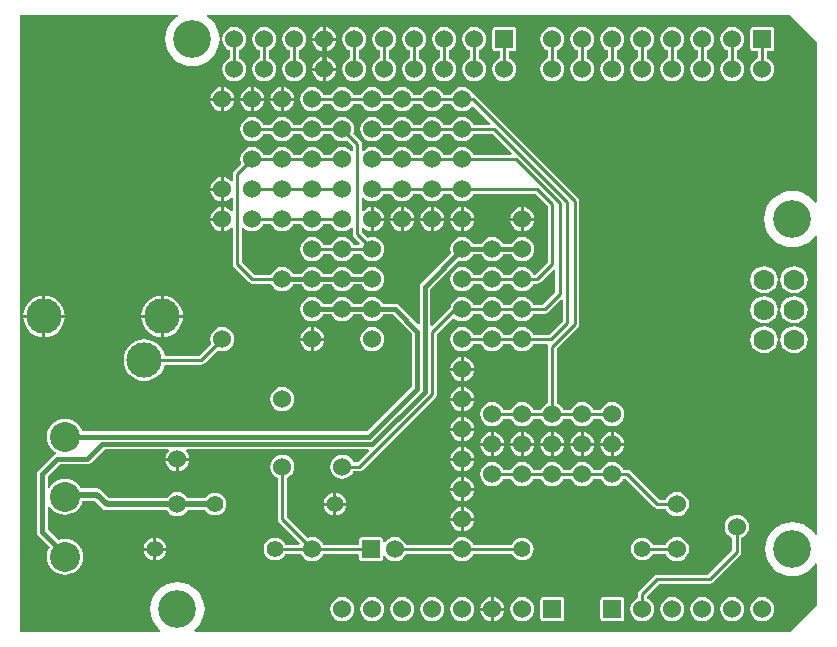
<source format=gbl>
G04 Layer_Physical_Order=2*
G04 Layer_Color=16711680*
%FSLAX25Y25*%
%MOIN*%
G70*
G01*
G75*
%ADD10C,0.01000*%
%ADD11C,0.06000*%
%ADD12R,0.06000X0.06000*%
%ADD13C,0.10000*%
%ADD14C,0.12598*%
%ADD15C,0.07000*%
%ADD16C,0.11811*%
%ADD17C,0.05512*%
%ADD18C,0.02402*%
%ADD19C,0.02400*%
%ADD20C,0.01500*%
%ADD21C,0.01968*%
G36*
X68156Y144170D02*
Y90677D01*
X67656Y90498D01*
X66683Y91683D01*
X65251Y92858D01*
X63617Y93732D01*
X61844Y94270D01*
X60000Y94451D01*
X58156Y94270D01*
X56383Y93732D01*
X54749Y92858D01*
X53317Y91683D01*
X52142Y90251D01*
X51268Y88617D01*
X50730Y86844D01*
X50549Y85000D01*
X50730Y83156D01*
X51268Y81383D01*
X52142Y79749D01*
X53317Y78317D01*
X54749Y77142D01*
X56383Y76268D01*
X58156Y75730D01*
X60000Y75549D01*
X61844Y75730D01*
X63617Y76268D01*
X65251Y77142D01*
X66683Y78317D01*
X67656Y79502D01*
X68156Y79323D01*
Y-20137D01*
X67671Y-20258D01*
X67519Y-19976D01*
X66395Y-18605D01*
X65024Y-17481D01*
X63461Y-16645D01*
X61764Y-16130D01*
X60000Y-15957D01*
X58236Y-16130D01*
X56539Y-16645D01*
X54976Y-17481D01*
X53605Y-18605D01*
X52481Y-19976D01*
X51645Y-21539D01*
X51130Y-23236D01*
X50956Y-25000D01*
X51130Y-26764D01*
X51645Y-28461D01*
X52481Y-30024D01*
X53605Y-31395D01*
X54976Y-32519D01*
X56539Y-33355D01*
X58236Y-33870D01*
X60000Y-34043D01*
X61764Y-33870D01*
X63461Y-33355D01*
X65024Y-32519D01*
X66395Y-31395D01*
X67519Y-30024D01*
X67671Y-29741D01*
X68156Y-29863D01*
Y-43540D01*
X59209Y-52486D01*
X-139193D01*
X-139362Y-52015D01*
X-138605Y-51395D01*
X-137481Y-50024D01*
X-136645Y-48461D01*
X-136130Y-46764D01*
X-135956Y-45000D01*
X-136130Y-43236D01*
X-136645Y-41539D01*
X-137481Y-39976D01*
X-138605Y-38605D01*
X-139976Y-37481D01*
X-141539Y-36645D01*
X-143236Y-36130D01*
X-145000Y-35956D01*
X-146764Y-36130D01*
X-148461Y-36645D01*
X-150024Y-37481D01*
X-151395Y-38605D01*
X-152519Y-39976D01*
X-153355Y-41539D01*
X-153870Y-43236D01*
X-154044Y-45000D01*
X-153870Y-46764D01*
X-153355Y-48461D01*
X-152519Y-50024D01*
X-151395Y-51395D01*
X-150638Y-52015D01*
X-150807Y-52486D01*
X-197486D01*
Y153116D01*
X-144936D01*
X-144815Y152631D01*
X-145024Y152519D01*
X-146395Y151395D01*
X-147519Y150024D01*
X-148355Y148461D01*
X-148870Y146764D01*
X-149044Y145000D01*
X-148870Y143236D01*
X-148355Y141539D01*
X-147519Y139976D01*
X-146395Y138605D01*
X-145024Y137481D01*
X-143461Y136645D01*
X-141764Y136130D01*
X-140000Y135956D01*
X-138236Y136130D01*
X-136539Y136645D01*
X-134976Y137481D01*
X-133605Y138605D01*
X-132481Y139976D01*
X-131645Y141539D01*
X-131130Y143236D01*
X-130956Y145000D01*
X-131130Y146764D01*
X-131645Y148461D01*
X-132481Y150024D01*
X-133605Y151395D01*
X-134976Y152519D01*
X-135185Y152631D01*
X-135064Y153116D01*
X59209D01*
X68156Y144170D01*
D02*
G37*
%LPC*%
G36*
X3969Y9500D02*
X500D01*
Y6031D01*
X1044Y6103D01*
X2017Y6506D01*
X2853Y7147D01*
X3494Y7983D01*
X3897Y8956D01*
X3969Y9500D01*
D02*
G37*
G36*
X-40500Y13969D02*
X-41044Y13897D01*
X-42017Y13494D01*
X-42853Y12853D01*
X-43494Y12017D01*
X-43897Y11044D01*
X-43969Y10500D01*
X-40500D01*
Y13969D01*
D02*
G37*
G36*
X-6031Y9500D02*
X-9500D01*
Y6031D01*
X-8956Y6103D01*
X-7983Y6506D01*
X-7147Y7147D01*
X-6506Y7983D01*
X-6103Y8956D01*
X-6031Y9500D01*
D02*
G37*
G36*
X-500D02*
X-3969D01*
X-3897Y8956D01*
X-3494Y7983D01*
X-2853Y7147D01*
X-2017Y6506D01*
X-1044Y6103D01*
X-500Y6031D01*
Y9500D01*
D02*
G37*
G36*
X-39500Y13969D02*
Y10500D01*
X-36031D01*
X-36103Y11044D01*
X-36506Y12017D01*
X-37147Y12853D01*
X-37983Y13494D01*
X-38956Y13897D01*
X-39500Y13969D01*
D02*
G37*
G36*
X-29500D02*
Y10500D01*
X-26031D01*
X-26103Y11044D01*
X-26506Y12017D01*
X-27147Y12853D01*
X-27983Y13494D01*
X-28956Y13897D01*
X-29500Y13969D01*
D02*
G37*
G36*
X-20500D02*
X-21044Y13897D01*
X-22017Y13494D01*
X-22853Y12853D01*
X-23494Y12017D01*
X-23897Y11044D01*
X-23969Y10500D01*
X-20500D01*
Y13969D01*
D02*
G37*
G36*
X-19500D02*
Y10500D01*
X-16031D01*
X-16103Y11044D01*
X-16506Y12017D01*
X-17147Y12853D01*
X-17983Y13494D01*
X-18956Y13897D01*
X-19500Y13969D01*
D02*
G37*
G36*
X-30500D02*
X-31044Y13897D01*
X-32017Y13494D01*
X-32853Y12853D01*
X-33494Y12017D01*
X-33897Y11044D01*
X-33969Y10500D01*
X-30500D01*
Y13969D01*
D02*
G37*
G36*
X-10500Y9500D02*
X-13969D01*
X-13897Y8956D01*
X-13494Y7983D01*
X-12853Y7147D01*
X-12017Y6506D01*
X-11044Y6103D01*
X-10500Y6031D01*
Y9500D01*
D02*
G37*
G36*
X-49500Y8969D02*
Y5500D01*
X-46031D01*
X-46103Y6044D01*
X-46506Y7017D01*
X-47147Y7853D01*
X-47983Y8494D01*
X-48956Y8897D01*
X-49500Y8969D01*
D02*
G37*
G36*
X-40500Y9500D02*
X-43969D01*
X-43897Y8956D01*
X-43494Y7983D01*
X-42853Y7147D01*
X-42017Y6506D01*
X-41044Y6103D01*
X-40500Y6031D01*
Y9500D01*
D02*
G37*
G36*
X0Y4034D02*
X-1044Y3897D01*
X-2017Y3494D01*
X-2853Y2853D01*
X-3494Y2017D01*
X-3696Y1529D01*
X-6304D01*
X-6506Y2017D01*
X-7147Y2853D01*
X-7983Y3494D01*
X-8956Y3897D01*
X-10000Y4034D01*
X-11044Y3897D01*
X-12017Y3494D01*
X-12853Y2853D01*
X-13494Y2017D01*
X-13696Y1529D01*
X-16304D01*
X-16506Y2017D01*
X-17147Y2853D01*
X-17983Y3494D01*
X-18956Y3897D01*
X-20000Y4034D01*
X-21044Y3897D01*
X-22017Y3494D01*
X-22853Y2853D01*
X-23494Y2017D01*
X-23696Y1529D01*
X-26304D01*
X-26506Y2017D01*
X-27147Y2853D01*
X-27983Y3494D01*
X-28956Y3897D01*
X-30000Y4034D01*
X-31044Y3897D01*
X-32017Y3494D01*
X-32853Y2853D01*
X-33494Y2017D01*
X-33696Y1529D01*
X-36304D01*
X-36506Y2017D01*
X-37147Y2853D01*
X-37983Y3494D01*
X-38956Y3897D01*
X-40000Y4034D01*
X-41044Y3897D01*
X-42017Y3494D01*
X-42853Y2853D01*
X-43494Y2017D01*
X-43897Y1044D01*
X-44034Y0D01*
X-43897Y-1044D01*
X-43494Y-2017D01*
X-42853Y-2853D01*
X-42017Y-3494D01*
X-41044Y-3897D01*
X-40000Y-4034D01*
X-38956Y-3897D01*
X-37983Y-3494D01*
X-37147Y-2853D01*
X-36506Y-2017D01*
X-36304Y-1529D01*
X-33696D01*
X-33494Y-2017D01*
X-32853Y-2853D01*
X-32017Y-3494D01*
X-31044Y-3897D01*
X-30000Y-4034D01*
X-28956Y-3897D01*
X-27983Y-3494D01*
X-27147Y-2853D01*
X-26506Y-2017D01*
X-26304Y-1529D01*
X-23696D01*
X-23494Y-2017D01*
X-22853Y-2853D01*
X-22017Y-3494D01*
X-21044Y-3897D01*
X-20000Y-4034D01*
X-18956Y-3897D01*
X-17983Y-3494D01*
X-17147Y-2853D01*
X-16506Y-2017D01*
X-16304Y-1529D01*
X-13696D01*
X-13494Y-2017D01*
X-12853Y-2853D01*
X-12017Y-3494D01*
X-11044Y-3897D01*
X-10000Y-4034D01*
X-8956Y-3897D01*
X-7983Y-3494D01*
X-7147Y-2853D01*
X-6506Y-2017D01*
X-6304Y-1529D01*
X-3696D01*
X-3494Y-2017D01*
X-2853Y-2853D01*
X-2017Y-3494D01*
X-1044Y-3897D01*
X0Y-4034D01*
X1044Y-3897D01*
X2017Y-3494D01*
X2853Y-2853D01*
X3494Y-2017D01*
X3696Y-1529D01*
X4366D01*
X13919Y-11081D01*
X14415Y-11413D01*
X15000Y-11529D01*
X17804D01*
X18006Y-12017D01*
X18647Y-12853D01*
X19483Y-13494D01*
X20456Y-13897D01*
X21500Y-14035D01*
X22544Y-13897D01*
X23517Y-13494D01*
X24353Y-12853D01*
X24994Y-12017D01*
X25397Y-11044D01*
X25534Y-10000D01*
X25397Y-8956D01*
X24994Y-7983D01*
X24353Y-7147D01*
X23517Y-6506D01*
X22544Y-6103D01*
X21500Y-5965D01*
X20456Y-6103D01*
X19483Y-6506D01*
X18647Y-7147D01*
X18006Y-7983D01*
X17804Y-8471D01*
X15633D01*
X6081Y1081D01*
X5585Y1413D01*
X5000Y1529D01*
X3696D01*
X3494Y2017D01*
X2853Y2853D01*
X2017Y3494D01*
X1044Y3897D01*
X0Y4034D01*
D02*
G37*
G36*
X-50500Y8969D02*
X-51044Y8897D01*
X-52017Y8494D01*
X-52853Y7853D01*
X-53494Y7017D01*
X-53897Y6044D01*
X-53969Y5500D01*
X-50500D01*
Y8969D01*
D02*
G37*
G36*
X-36031Y9500D02*
X-39500D01*
Y6031D01*
X-38956Y6103D01*
X-37983Y6506D01*
X-37147Y7147D01*
X-36506Y7983D01*
X-36103Y8956D01*
X-36031Y9500D01*
D02*
G37*
G36*
X-20500D02*
X-23969D01*
X-23897Y8956D01*
X-23494Y7983D01*
X-22853Y7147D01*
X-22017Y6506D01*
X-21044Y6103D01*
X-20500Y6031D01*
Y9500D01*
D02*
G37*
G36*
X-16031D02*
X-19500D01*
Y6031D01*
X-18956Y6103D01*
X-17983Y6506D01*
X-17147Y7147D01*
X-16506Y7983D01*
X-16103Y8956D01*
X-16031Y9500D01*
D02*
G37*
G36*
X-30500D02*
X-33969D01*
X-33897Y8956D01*
X-33494Y7983D01*
X-32853Y7147D01*
X-32017Y6506D01*
X-31044Y6103D01*
X-30500Y6031D01*
Y9500D01*
D02*
G37*
G36*
X-26031D02*
X-29500D01*
Y6031D01*
X-28956Y6103D01*
X-27983Y6506D01*
X-27147Y7147D01*
X-26506Y7983D01*
X-26103Y8956D01*
X-26031Y9500D01*
D02*
G37*
G36*
X-49500Y28969D02*
Y25500D01*
X-46031D01*
X-46103Y26044D01*
X-46506Y27017D01*
X-47147Y27853D01*
X-47983Y28494D01*
X-48956Y28897D01*
X-49500Y28969D01*
D02*
G37*
G36*
X-50500Y34500D02*
X-53969D01*
X-53897Y33956D01*
X-53494Y32983D01*
X-52853Y32147D01*
X-52017Y31506D01*
X-51044Y31103D01*
X-50500Y31031D01*
Y34500D01*
D02*
G37*
G36*
X-46031Y24500D02*
X-49500D01*
Y21031D01*
X-48956Y21103D01*
X-47983Y21506D01*
X-47147Y22147D01*
X-46506Y22983D01*
X-46103Y23956D01*
X-46031Y24500D01*
D02*
G37*
G36*
X-50500Y28969D02*
X-51044Y28897D01*
X-52017Y28494D01*
X-52853Y27853D01*
X-53494Y27017D01*
X-53897Y26044D01*
X-53969Y25500D01*
X-50500D01*
Y28969D01*
D02*
G37*
G36*
X-46031Y34500D02*
X-49500D01*
Y31031D01*
X-48956Y31103D01*
X-47983Y31506D01*
X-47147Y32147D01*
X-46506Y32983D01*
X-46103Y33956D01*
X-46031Y34500D01*
D02*
G37*
G36*
X-130000Y49035D02*
X-131044Y48897D01*
X-132017Y48494D01*
X-132853Y47853D01*
X-133494Y47017D01*
X-133897Y46044D01*
X-134035Y45000D01*
X-133897Y43956D01*
X-133695Y43468D01*
X-137634Y39529D01*
X-149248D01*
X-149589Y40655D01*
X-150231Y41855D01*
X-151093Y42907D01*
X-152145Y43769D01*
X-153345Y44411D01*
X-154646Y44806D01*
X-156000Y44939D01*
X-157354Y44806D01*
X-158655Y44411D01*
X-159855Y43769D01*
X-160907Y42907D01*
X-161769Y41855D01*
X-162411Y40655D01*
X-162806Y39354D01*
X-162939Y38000D01*
X-162806Y36646D01*
X-162411Y35345D01*
X-161769Y34145D01*
X-160907Y33093D01*
X-159855Y32230D01*
X-158655Y31589D01*
X-157354Y31194D01*
X-156000Y31061D01*
X-154646Y31194D01*
X-153345Y31589D01*
X-152145Y32230D01*
X-151093Y33093D01*
X-150231Y34145D01*
X-149589Y35345D01*
X-149248Y36471D01*
X-137000D01*
X-136415Y36587D01*
X-135919Y36919D01*
X-131532Y41305D01*
X-131044Y41103D01*
X-130000Y40966D01*
X-128956Y41103D01*
X-127983Y41506D01*
X-127147Y42147D01*
X-126506Y42983D01*
X-126103Y43956D01*
X-125965Y45000D01*
X-126103Y46044D01*
X-126506Y47017D01*
X-127147Y47853D01*
X-127983Y48494D01*
X-128956Y48897D01*
X-130000Y49035D01*
D02*
G37*
G36*
X50551Y49342D02*
X49376Y49187D01*
X48282Y48734D01*
X47342Y48013D01*
X46621Y47073D01*
X46167Y45978D01*
X46012Y44803D01*
X46167Y43628D01*
X46621Y42534D01*
X47342Y41594D01*
X48282Y40872D01*
X49376Y40419D01*
X50551Y40264D01*
X51726Y40419D01*
X52821Y40872D01*
X53761Y41594D01*
X54482Y42534D01*
X54935Y43628D01*
X55090Y44803D01*
X54935Y45978D01*
X54482Y47073D01*
X53761Y48013D01*
X52821Y48734D01*
X51726Y49187D01*
X50551Y49342D01*
D02*
G37*
G36*
X-50500Y38969D02*
X-51044Y38897D01*
X-52017Y38494D01*
X-52853Y37853D01*
X-53494Y37017D01*
X-53897Y36044D01*
X-53969Y35500D01*
X-50500D01*
Y38969D01*
D02*
G37*
G36*
X-49500D02*
Y35500D01*
X-46031D01*
X-46103Y36044D01*
X-46506Y37017D01*
X-47147Y37853D01*
X-47983Y38494D01*
X-48956Y38897D01*
X-49500Y38969D01*
D02*
G37*
G36*
X-50500Y24500D02*
X-53969D01*
X-53897Y23956D01*
X-53494Y22983D01*
X-52853Y22147D01*
X-52017Y21506D01*
X-51044Y21103D01*
X-50500Y21031D01*
Y24500D01*
D02*
G37*
G36*
X-500Y13969D02*
X-1044Y13897D01*
X-2017Y13494D01*
X-2853Y12853D01*
X-3494Y12017D01*
X-3897Y11044D01*
X-3969Y10500D01*
X-500D01*
Y13969D01*
D02*
G37*
G36*
X500D02*
Y10500D01*
X3969D01*
X3897Y11044D01*
X3494Y12017D01*
X2853Y12853D01*
X2017Y13494D01*
X1044Y13897D01*
X500Y13969D01*
D02*
G37*
G36*
X-10500D02*
X-11044Y13897D01*
X-12017Y13494D01*
X-12853Y12853D01*
X-13494Y12017D01*
X-13897Y11044D01*
X-13969Y10500D01*
X-10500D01*
Y13969D01*
D02*
G37*
G36*
X-9500D02*
Y10500D01*
X-6031D01*
X-6103Y11044D01*
X-6506Y12017D01*
X-7147Y12853D01*
X-7983Y13494D01*
X-8956Y13897D01*
X-9500Y13969D01*
D02*
G37*
G36*
X-50500Y14500D02*
X-53969D01*
X-53897Y13956D01*
X-53494Y12983D01*
X-52853Y12147D01*
X-52017Y11506D01*
X-51044Y11103D01*
X-50500Y11031D01*
Y14500D01*
D02*
G37*
G36*
X-49500Y18969D02*
Y15500D01*
X-46031D01*
X-46103Y16044D01*
X-46506Y17017D01*
X-47147Y17853D01*
X-47983Y18494D01*
X-48956Y18897D01*
X-49500Y18969D01*
D02*
G37*
G36*
X-110000Y29035D02*
X-111044Y28897D01*
X-112017Y28494D01*
X-112853Y27853D01*
X-113494Y27017D01*
X-113897Y26044D01*
X-114034Y25000D01*
X-113897Y23956D01*
X-113494Y22983D01*
X-112853Y22147D01*
X-112017Y21506D01*
X-111044Y21103D01*
X-110000Y20966D01*
X-108956Y21103D01*
X-107983Y21506D01*
X-107147Y22147D01*
X-106506Y22983D01*
X-106103Y23956D01*
X-105965Y25000D01*
X-106103Y26044D01*
X-106506Y27017D01*
X-107147Y27853D01*
X-107983Y28494D01*
X-108956Y28897D01*
X-110000Y29035D01*
D02*
G37*
G36*
X-46031Y14500D02*
X-49500D01*
Y11031D01*
X-48956Y11103D01*
X-47983Y11506D01*
X-47147Y12147D01*
X-46506Y12983D01*
X-46103Y13956D01*
X-46031Y14500D01*
D02*
G37*
G36*
X-50500Y18969D02*
X-51044Y18897D01*
X-52017Y18494D01*
X-52853Y17853D01*
X-53494Y17017D01*
X-53897Y16044D01*
X-53969Y15500D01*
X-50500D01*
Y18969D01*
D02*
G37*
G36*
X-46031Y4500D02*
X-49500D01*
Y1031D01*
X-48956Y1103D01*
X-47983Y1506D01*
X-47147Y2147D01*
X-46506Y2983D01*
X-46103Y3956D01*
X-46031Y4500D01*
D02*
G37*
G36*
X3000Y-40980D02*
X-3000D01*
X-3390Y-41058D01*
X-3721Y-41279D01*
X-3942Y-41610D01*
X-4020Y-42000D01*
Y-48000D01*
X-3942Y-48390D01*
X-3721Y-48721D01*
X-3390Y-48942D01*
X-3000Y-49020D01*
X3000D01*
X3390Y-48942D01*
X3721Y-48721D01*
X3942Y-48390D01*
X4020Y-48000D01*
Y-42000D01*
X3942Y-41610D01*
X3721Y-41279D01*
X3390Y-41058D01*
X3000Y-40980D01*
D02*
G37*
G36*
X-40500Y-45500D02*
X-43969D01*
X-43897Y-46044D01*
X-43494Y-47017D01*
X-42853Y-47853D01*
X-42017Y-48494D01*
X-41044Y-48897D01*
X-40500Y-48969D01*
Y-45500D01*
D02*
G37*
G36*
X50000Y-40966D02*
X48956Y-41103D01*
X47983Y-41506D01*
X47147Y-42147D01*
X46506Y-42983D01*
X46103Y-43956D01*
X45965Y-45000D01*
X46103Y-46044D01*
X46506Y-47017D01*
X47147Y-47853D01*
X47983Y-48494D01*
X48956Y-48897D01*
X50000Y-49035D01*
X51044Y-48897D01*
X52017Y-48494D01*
X52853Y-47853D01*
X53494Y-47017D01*
X53897Y-46044D01*
X54035Y-45000D01*
X53897Y-43956D01*
X53494Y-42983D01*
X52853Y-42147D01*
X52017Y-41506D01*
X51044Y-41103D01*
X50000Y-40966D01*
D02*
G37*
G36*
X-17000Y-40980D02*
X-23000D01*
X-23390Y-41058D01*
X-23721Y-41279D01*
X-23942Y-41610D01*
X-24020Y-42000D01*
Y-48000D01*
X-23942Y-48390D01*
X-23721Y-48721D01*
X-23390Y-48942D01*
X-23000Y-49020D01*
X-17000D01*
X-16610Y-48942D01*
X-16279Y-48721D01*
X-16058Y-48390D01*
X-15980Y-48000D01*
Y-42000D01*
X-16058Y-41610D01*
X-16279Y-41279D01*
X-16610Y-41058D01*
X-17000Y-40980D01*
D02*
G37*
G36*
X-36031Y-45500D02*
X-39500D01*
Y-48969D01*
X-38956Y-48897D01*
X-37983Y-48494D01*
X-37147Y-47853D01*
X-36506Y-47017D01*
X-36103Y-46044D01*
X-36031Y-45500D01*
D02*
G37*
G36*
X-153000Y-25500D02*
X-156222D01*
X-156159Y-25981D01*
X-155781Y-26894D01*
X-155179Y-27679D01*
X-154394Y-28281D01*
X-153480Y-28659D01*
X-153000Y-28723D01*
Y-25500D01*
D02*
G37*
G36*
X-148777D02*
X-152000D01*
Y-28723D01*
X-151519Y-28659D01*
X-150606Y-28281D01*
X-149821Y-27679D01*
X-149219Y-26894D01*
X-148841Y-25981D01*
X-148777Y-25500D01*
D02*
G37*
G36*
X-40500Y-41031D02*
X-41044Y-41103D01*
X-42017Y-41506D01*
X-42853Y-42147D01*
X-43494Y-42983D01*
X-43897Y-43956D01*
X-43969Y-44500D01*
X-40500D01*
Y-41031D01*
D02*
G37*
G36*
X-39500D02*
Y-44500D01*
X-36031D01*
X-36103Y-43956D01*
X-36506Y-42983D01*
X-37147Y-42147D01*
X-37983Y-41506D01*
X-38956Y-41103D01*
X-39500Y-41031D01*
D02*
G37*
G36*
X40000Y-40966D02*
X38956Y-41103D01*
X37983Y-41506D01*
X37147Y-42147D01*
X36506Y-42983D01*
X36103Y-43956D01*
X35965Y-45000D01*
X36103Y-46044D01*
X36506Y-47017D01*
X37147Y-47853D01*
X37983Y-48494D01*
X38956Y-48897D01*
X40000Y-49035D01*
X41044Y-48897D01*
X42017Y-48494D01*
X42853Y-47853D01*
X43494Y-47017D01*
X43897Y-46044D01*
X44034Y-45000D01*
X43897Y-43956D01*
X43494Y-42983D01*
X42853Y-42147D01*
X42017Y-41506D01*
X41044Y-41103D01*
X40000Y-40966D01*
D02*
G37*
G36*
X-70000D02*
X-71044Y-41103D01*
X-72017Y-41506D01*
X-72853Y-42147D01*
X-73494Y-42983D01*
X-73897Y-43956D01*
X-74035Y-45000D01*
X-73897Y-46044D01*
X-73494Y-47017D01*
X-72853Y-47853D01*
X-72017Y-48494D01*
X-71044Y-48897D01*
X-70000Y-49035D01*
X-68956Y-48897D01*
X-67983Y-48494D01*
X-67147Y-47853D01*
X-66506Y-47017D01*
X-66103Y-46044D01*
X-65965Y-45000D01*
X-66103Y-43956D01*
X-66506Y-42983D01*
X-67147Y-42147D01*
X-67983Y-41506D01*
X-68956Y-41103D01*
X-70000Y-40966D01*
D02*
G37*
G36*
X-60000D02*
X-61044Y-41103D01*
X-62017Y-41506D01*
X-62853Y-42147D01*
X-63494Y-42983D01*
X-63897Y-43956D01*
X-64034Y-45000D01*
X-63897Y-46044D01*
X-63494Y-47017D01*
X-62853Y-47853D01*
X-62017Y-48494D01*
X-61044Y-48897D01*
X-60000Y-49035D01*
X-58956Y-48897D01*
X-57983Y-48494D01*
X-57147Y-47853D01*
X-56506Y-47017D01*
X-56103Y-46044D01*
X-55966Y-45000D01*
X-56103Y-43956D01*
X-56506Y-42983D01*
X-57147Y-42147D01*
X-57983Y-41506D01*
X-58956Y-41103D01*
X-60000Y-40966D01*
D02*
G37*
G36*
X-90000D02*
X-91044Y-41103D01*
X-92017Y-41506D01*
X-92853Y-42147D01*
X-93494Y-42983D01*
X-93897Y-43956D01*
X-94034Y-45000D01*
X-93897Y-46044D01*
X-93494Y-47017D01*
X-92853Y-47853D01*
X-92017Y-48494D01*
X-91044Y-48897D01*
X-90000Y-49035D01*
X-88956Y-48897D01*
X-87983Y-48494D01*
X-87147Y-47853D01*
X-86506Y-47017D01*
X-86103Y-46044D01*
X-85966Y-45000D01*
X-86103Y-43956D01*
X-86506Y-42983D01*
X-87147Y-42147D01*
X-87983Y-41506D01*
X-88956Y-41103D01*
X-90000Y-40966D01*
D02*
G37*
G36*
X-80000D02*
X-81044Y-41103D01*
X-82017Y-41506D01*
X-82853Y-42147D01*
X-83494Y-42983D01*
X-83897Y-43956D01*
X-84035Y-45000D01*
X-83897Y-46044D01*
X-83494Y-47017D01*
X-82853Y-47853D01*
X-82017Y-48494D01*
X-81044Y-48897D01*
X-80000Y-49035D01*
X-78956Y-48897D01*
X-77983Y-48494D01*
X-77147Y-47853D01*
X-76506Y-47017D01*
X-76103Y-46044D01*
X-75965Y-45000D01*
X-76103Y-43956D01*
X-76506Y-42983D01*
X-77147Y-42147D01*
X-77983Y-41506D01*
X-78956Y-41103D01*
X-80000Y-40966D01*
D02*
G37*
G36*
X-50000D02*
X-51044Y-41103D01*
X-52017Y-41506D01*
X-52853Y-42147D01*
X-53494Y-42983D01*
X-53897Y-43956D01*
X-54035Y-45000D01*
X-53897Y-46044D01*
X-53494Y-47017D01*
X-52853Y-47853D01*
X-52017Y-48494D01*
X-51044Y-48897D01*
X-50000Y-49035D01*
X-48956Y-48897D01*
X-47983Y-48494D01*
X-47147Y-47853D01*
X-46506Y-47017D01*
X-46103Y-46044D01*
X-45965Y-45000D01*
X-46103Y-43956D01*
X-46506Y-42983D01*
X-47147Y-42147D01*
X-47983Y-41506D01*
X-48956Y-41103D01*
X-50000Y-40966D01*
D02*
G37*
G36*
X20000D02*
X18956Y-41103D01*
X17983Y-41506D01*
X17147Y-42147D01*
X16506Y-42983D01*
X16103Y-43956D01*
X15966Y-45000D01*
X16103Y-46044D01*
X16506Y-47017D01*
X17147Y-47853D01*
X17983Y-48494D01*
X18956Y-48897D01*
X20000Y-49035D01*
X21044Y-48897D01*
X22017Y-48494D01*
X22853Y-47853D01*
X23494Y-47017D01*
X23897Y-46044D01*
X24035Y-45000D01*
X23897Y-43956D01*
X23494Y-42983D01*
X22853Y-42147D01*
X22017Y-41506D01*
X21044Y-41103D01*
X20000Y-40966D01*
D02*
G37*
G36*
X30000D02*
X28956Y-41103D01*
X27983Y-41506D01*
X27147Y-42147D01*
X26506Y-42983D01*
X26103Y-43956D01*
X25965Y-45000D01*
X26103Y-46044D01*
X26506Y-47017D01*
X27147Y-47853D01*
X27983Y-48494D01*
X28956Y-48897D01*
X30000Y-49035D01*
X31044Y-48897D01*
X32017Y-48494D01*
X32853Y-47853D01*
X33494Y-47017D01*
X33897Y-46044D01*
X34034Y-45000D01*
X33897Y-43956D01*
X33494Y-42983D01*
X32853Y-42147D01*
X32017Y-41506D01*
X31044Y-41103D01*
X30000Y-40966D01*
D02*
G37*
G36*
X-30000D02*
X-31044Y-41103D01*
X-32017Y-41506D01*
X-32853Y-42147D01*
X-33494Y-42983D01*
X-33897Y-43956D01*
X-34034Y-45000D01*
X-33897Y-46044D01*
X-33494Y-47017D01*
X-32853Y-47853D01*
X-32017Y-48494D01*
X-31044Y-48897D01*
X-30000Y-49035D01*
X-28956Y-48897D01*
X-27983Y-48494D01*
X-27147Y-47853D01*
X-26506Y-47017D01*
X-26103Y-46044D01*
X-25965Y-45000D01*
X-26103Y-43956D01*
X-26506Y-42983D01*
X-27147Y-42147D01*
X-27983Y-41506D01*
X-28956Y-41103D01*
X-30000Y-40966D01*
D02*
G37*
G36*
X41500Y-13465D02*
X40456Y-13603D01*
X39483Y-14006D01*
X38647Y-14647D01*
X38006Y-15483D01*
X37603Y-16456D01*
X37466Y-17500D01*
X37603Y-18544D01*
X38006Y-19517D01*
X38647Y-20353D01*
X39483Y-20994D01*
X39971Y-21196D01*
Y-25367D01*
X31866Y-33471D01*
X15000D01*
X14415Y-33587D01*
X13919Y-33919D01*
X8919Y-38919D01*
X8587Y-39415D01*
X8471Y-40000D01*
Y-41304D01*
X7983Y-41506D01*
X7147Y-42147D01*
X6506Y-42983D01*
X6103Y-43956D01*
X5965Y-45000D01*
X6103Y-46044D01*
X6506Y-47017D01*
X7147Y-47853D01*
X7983Y-48494D01*
X8956Y-48897D01*
X10000Y-49035D01*
X11044Y-48897D01*
X12017Y-48494D01*
X12853Y-47853D01*
X13494Y-47017D01*
X13897Y-46044D01*
X14035Y-45000D01*
X13897Y-43956D01*
X13494Y-42983D01*
X12853Y-42147D01*
X12017Y-41506D01*
X11529Y-41304D01*
Y-40633D01*
X15633Y-36529D01*
X32500D01*
X33085Y-36413D01*
X33581Y-36081D01*
X42581Y-27081D01*
X42913Y-26585D01*
X43029Y-26000D01*
Y-21196D01*
X43517Y-20994D01*
X44353Y-20353D01*
X44994Y-19517D01*
X45397Y-18544D01*
X45535Y-17500D01*
X45397Y-16456D01*
X44994Y-15483D01*
X44353Y-14647D01*
X43517Y-14006D01*
X42544Y-13603D01*
X41500Y-13465D01*
D02*
G37*
G36*
X-50500Y-5500D02*
X-53969D01*
X-53897Y-6044D01*
X-53494Y-7017D01*
X-52853Y-7853D01*
X-52017Y-8494D01*
X-51044Y-8897D01*
X-50500Y-8969D01*
Y-5500D01*
D02*
G37*
G36*
X-46031D02*
X-49500D01*
Y-8969D01*
X-48956Y-8897D01*
X-47983Y-8494D01*
X-47147Y-7853D01*
X-46506Y-7017D01*
X-46103Y-6044D01*
X-46031Y-5500D01*
D02*
G37*
G36*
X-93000Y-6278D02*
X-93480Y-6341D01*
X-94394Y-6719D01*
X-95179Y-7321D01*
X-95781Y-8106D01*
X-96159Y-9020D01*
X-96223Y-9500D01*
X-93000D01*
Y-6278D01*
D02*
G37*
G36*
X-92000D02*
Y-9500D01*
X-88778D01*
X-88841Y-9020D01*
X-89219Y-8106D01*
X-89821Y-7321D01*
X-90606Y-6719D01*
X-91519Y-6341D01*
X-92000Y-6278D01*
D02*
G37*
G36*
X-50500Y-1031D02*
X-51044Y-1103D01*
X-52017Y-1506D01*
X-52853Y-2147D01*
X-53494Y-2983D01*
X-53897Y-3956D01*
X-53969Y-4500D01*
X-50500D01*
Y-1031D01*
D02*
G37*
G36*
X-141031Y4500D02*
X-144500D01*
Y1031D01*
X-143956Y1103D01*
X-142983Y1506D01*
X-142147Y2147D01*
X-141506Y2983D01*
X-141103Y3956D01*
X-141031Y4500D01*
D02*
G37*
G36*
X-50500D02*
X-53969D01*
X-53897Y3956D01*
X-53494Y2983D01*
X-52853Y2147D01*
X-52017Y1506D01*
X-51044Y1103D01*
X-50500Y1031D01*
Y4500D01*
D02*
G37*
G36*
X-49500Y-1031D02*
Y-4500D01*
X-46031D01*
X-46103Y-3956D01*
X-46506Y-2983D01*
X-47147Y-2147D01*
X-47983Y-1506D01*
X-48956Y-1103D01*
X-49500Y-1031D01*
D02*
G37*
G36*
X-145500Y4500D02*
X-148969D01*
X-148897Y3956D01*
X-148494Y2983D01*
X-147853Y2147D01*
X-147017Y1506D01*
X-146044Y1103D01*
X-145500Y1031D01*
Y4500D01*
D02*
G37*
G36*
X-88778Y-10500D02*
X-92000D01*
Y-13723D01*
X-91519Y-13659D01*
X-90606Y-13281D01*
X-89821Y-12679D01*
X-89219Y-11894D01*
X-88841Y-10981D01*
X-88778Y-10500D01*
D02*
G37*
G36*
X-110000Y6534D02*
X-111044Y6397D01*
X-112017Y5994D01*
X-112853Y5353D01*
X-113494Y4517D01*
X-113897Y3544D01*
X-114034Y2500D01*
X-113897Y1456D01*
X-113494Y483D01*
X-112853Y-353D01*
X-112017Y-994D01*
X-111529Y-1196D01*
Y-15000D01*
X-111413Y-15585D01*
X-111081Y-16082D01*
X-104192Y-22971D01*
X-104399Y-23471D01*
X-109068D01*
X-109219Y-23106D01*
X-109821Y-22321D01*
X-110606Y-21719D01*
X-111519Y-21341D01*
X-112500Y-21212D01*
X-113480Y-21341D01*
X-114394Y-21719D01*
X-115179Y-22321D01*
X-115781Y-23106D01*
X-116159Y-24020D01*
X-116288Y-25000D01*
X-116159Y-25981D01*
X-115781Y-26894D01*
X-115179Y-27679D01*
X-114394Y-28281D01*
X-113480Y-28659D01*
X-112500Y-28789D01*
X-111519Y-28659D01*
X-110606Y-28281D01*
X-109821Y-27679D01*
X-109219Y-26894D01*
X-109068Y-26529D01*
X-103696D01*
X-103494Y-27017D01*
X-102853Y-27853D01*
X-102017Y-28494D01*
X-101044Y-28897D01*
X-100000Y-29035D01*
X-98956Y-28897D01*
X-97983Y-28494D01*
X-97147Y-27853D01*
X-96506Y-27017D01*
X-96304Y-26529D01*
X-84747Y-26529D01*
X-84394Y-26883D01*
Y-28000D01*
X-84316Y-28390D01*
X-84095Y-28721D01*
X-83764Y-28942D01*
X-83374Y-29020D01*
X-77374D01*
X-76984Y-28942D01*
X-76653Y-28721D01*
X-76432Y-28390D01*
X-76354Y-28000D01*
Y-27369D01*
X-75854Y-27199D01*
X-75353Y-27853D01*
X-74517Y-28494D01*
X-73544Y-28897D01*
X-72500Y-29035D01*
X-71456Y-28897D01*
X-70483Y-28494D01*
X-69647Y-27853D01*
X-69006Y-27017D01*
X-68804Y-26529D01*
X-53696D01*
X-53494Y-27017D01*
X-52853Y-27853D01*
X-52017Y-28494D01*
X-51044Y-28897D01*
X-50000Y-29035D01*
X-48956Y-28897D01*
X-47983Y-28494D01*
X-47147Y-27853D01*
X-46506Y-27017D01*
X-46304Y-26529D01*
X-33432D01*
X-33281Y-26894D01*
X-32679Y-27679D01*
X-31894Y-28281D01*
X-30981Y-28659D01*
X-30000Y-28788D01*
X-29019Y-28659D01*
X-28106Y-28281D01*
X-27321Y-27679D01*
X-26719Y-26894D01*
X-26341Y-25980D01*
X-26212Y-25000D01*
X-26341Y-24019D01*
X-26719Y-23106D01*
X-27321Y-22321D01*
X-28106Y-21719D01*
X-29019Y-21341D01*
X-30000Y-21212D01*
X-30981Y-21341D01*
X-31894Y-21719D01*
X-32679Y-22321D01*
X-33281Y-23106D01*
X-33432Y-23471D01*
X-46304D01*
X-46506Y-22983D01*
X-47147Y-22147D01*
X-47983Y-21506D01*
X-48956Y-21103D01*
X-50000Y-20966D01*
X-51044Y-21103D01*
X-52017Y-21506D01*
X-52853Y-22147D01*
X-53494Y-22983D01*
X-53696Y-23471D01*
X-68804D01*
X-69006Y-22983D01*
X-69647Y-22147D01*
X-70483Y-21506D01*
X-71456Y-21103D01*
X-72500Y-20966D01*
X-73544Y-21103D01*
X-74517Y-21506D01*
X-75353Y-22147D01*
X-75854Y-22801D01*
X-76354Y-22631D01*
Y-22000D01*
X-76432Y-21610D01*
X-76653Y-21279D01*
X-76984Y-21058D01*
X-77374Y-20980D01*
X-83374D01*
X-83764Y-21058D01*
X-84095Y-21279D01*
X-84316Y-21610D01*
X-84394Y-22000D01*
Y-23471D01*
X-96304Y-23471D01*
X-96506Y-22983D01*
X-97147Y-22147D01*
X-97983Y-21506D01*
X-98956Y-21103D01*
X-100000Y-20966D01*
X-101044Y-21103D01*
X-101532Y-21305D01*
X-108471Y-14367D01*
Y-1196D01*
X-107983Y-994D01*
X-107147Y-353D01*
X-106506Y483D01*
X-106103Y1456D01*
X-105965Y2500D01*
X-106103Y3544D01*
X-106506Y4517D01*
X-107147Y5353D01*
X-107983Y5994D01*
X-108956Y6397D01*
X-110000Y6534D01*
D02*
G37*
G36*
X21500Y-20966D02*
X20456Y-21103D01*
X19483Y-21506D01*
X18647Y-22147D01*
X18006Y-22983D01*
X17804Y-23470D01*
X13432D01*
X13281Y-23106D01*
X12679Y-22321D01*
X11894Y-21719D01*
X10981Y-21341D01*
X10000Y-21212D01*
X9020Y-21341D01*
X8106Y-21719D01*
X7321Y-22321D01*
X6719Y-23106D01*
X6341Y-24019D01*
X6212Y-25000D01*
X6341Y-25980D01*
X6719Y-26894D01*
X7321Y-27679D01*
X8106Y-28281D01*
X9020Y-28659D01*
X10000Y-28788D01*
X10981Y-28659D01*
X11894Y-28281D01*
X12679Y-27679D01*
X13281Y-26894D01*
X13432Y-26529D01*
X17804D01*
X18006Y-27017D01*
X18647Y-27853D01*
X19483Y-28494D01*
X20456Y-28897D01*
X21500Y-29035D01*
X22544Y-28897D01*
X23517Y-28494D01*
X24353Y-27853D01*
X24994Y-27017D01*
X25397Y-26044D01*
X25534Y-25000D01*
X25397Y-23956D01*
X24994Y-22983D01*
X24353Y-22147D01*
X23517Y-21506D01*
X22544Y-21103D01*
X21500Y-20966D01*
D02*
G37*
G36*
X-153000Y-21278D02*
X-153480Y-21341D01*
X-154394Y-21719D01*
X-155179Y-22321D01*
X-155781Y-23106D01*
X-156159Y-24020D01*
X-156222Y-24500D01*
X-153000D01*
Y-21278D01*
D02*
G37*
G36*
X-152000D02*
Y-24500D01*
X-148777D01*
X-148841Y-24020D01*
X-149219Y-23106D01*
X-149821Y-22321D01*
X-150606Y-21719D01*
X-151519Y-21341D01*
X-152000Y-21278D01*
D02*
G37*
G36*
X-50500Y-15500D02*
X-53969D01*
X-53897Y-16044D01*
X-53494Y-17017D01*
X-52853Y-17853D01*
X-52017Y-18494D01*
X-51044Y-18897D01*
X-50500Y-18969D01*
Y-15500D01*
D02*
G37*
G36*
X-49500Y-11031D02*
Y-14500D01*
X-46031D01*
X-46103Y-13956D01*
X-46506Y-12983D01*
X-47147Y-12147D01*
X-47983Y-11506D01*
X-48956Y-11103D01*
X-49500Y-11031D01*
D02*
G37*
G36*
X-93000Y-10500D02*
X-96223D01*
X-96159Y-10981D01*
X-95781Y-11894D01*
X-95179Y-12679D01*
X-94394Y-13281D01*
X-93480Y-13659D01*
X-93000Y-13723D01*
Y-10500D01*
D02*
G37*
G36*
X-46031Y-15500D02*
X-49500D01*
Y-18969D01*
X-48956Y-18897D01*
X-47983Y-18494D01*
X-47147Y-17853D01*
X-46506Y-17017D01*
X-46103Y-16044D01*
X-46031Y-15500D01*
D02*
G37*
G36*
X-50500Y-11031D02*
X-51044Y-11103D01*
X-52017Y-11506D01*
X-52853Y-12147D01*
X-53494Y-12983D01*
X-53897Y-13956D01*
X-53969Y-14500D01*
X-50500D01*
Y-11031D01*
D02*
G37*
G36*
X60551Y49342D02*
X59377Y49187D01*
X58282Y48734D01*
X57342Y48013D01*
X56621Y47073D01*
X56167Y45978D01*
X56012Y44803D01*
X56167Y43628D01*
X56621Y42534D01*
X57342Y41594D01*
X58282Y40872D01*
X59377Y40419D01*
X60551Y40264D01*
X61726Y40419D01*
X62821Y40872D01*
X63761Y41594D01*
X64482Y42534D01*
X64935Y43628D01*
X65090Y44803D01*
X64935Y45978D01*
X64482Y47073D01*
X63761Y48013D01*
X62821Y48734D01*
X61726Y49187D01*
X60551Y49342D01*
D02*
G37*
G36*
X-50000Y129034D02*
X-51044Y128897D01*
X-52017Y128494D01*
X-52853Y127853D01*
X-53494Y127017D01*
X-53696Y126529D01*
X-56304D01*
X-56506Y127017D01*
X-57147Y127853D01*
X-57983Y128494D01*
X-58956Y128897D01*
X-60000Y129034D01*
X-61044Y128897D01*
X-62017Y128494D01*
X-62853Y127853D01*
X-63494Y127017D01*
X-63696Y126529D01*
X-66304D01*
X-66506Y127017D01*
X-67147Y127853D01*
X-67983Y128494D01*
X-68956Y128897D01*
X-70000Y129034D01*
X-71044Y128897D01*
X-72017Y128494D01*
X-72853Y127853D01*
X-73494Y127017D01*
X-73696Y126529D01*
X-76304D01*
X-76506Y127017D01*
X-77147Y127853D01*
X-77983Y128494D01*
X-78956Y128897D01*
X-80000Y129034D01*
X-81044Y128897D01*
X-82017Y128494D01*
X-82853Y127853D01*
X-83494Y127017D01*
X-83696Y126529D01*
X-86304D01*
X-86506Y127017D01*
X-87147Y127853D01*
X-87983Y128494D01*
X-88956Y128897D01*
X-90000Y129034D01*
X-91044Y128897D01*
X-92017Y128494D01*
X-92853Y127853D01*
X-93494Y127017D01*
X-93696Y126529D01*
X-96304D01*
X-96506Y127017D01*
X-97147Y127853D01*
X-97983Y128494D01*
X-98956Y128897D01*
X-100000Y129034D01*
X-101044Y128897D01*
X-102017Y128494D01*
X-102853Y127853D01*
X-103494Y127017D01*
X-103897Y126044D01*
X-104034Y125000D01*
X-103897Y123956D01*
X-103494Y122983D01*
X-102853Y122147D01*
X-102017Y121506D01*
X-101044Y121103D01*
X-100000Y120966D01*
X-98956Y121103D01*
X-97983Y121506D01*
X-97147Y122147D01*
X-96506Y122983D01*
X-96304Y123471D01*
X-93696D01*
X-93494Y122983D01*
X-92853Y122147D01*
X-92017Y121506D01*
X-91044Y121103D01*
X-90000Y120966D01*
X-88956Y121103D01*
X-87983Y121506D01*
X-87147Y122147D01*
X-86506Y122983D01*
X-86304Y123471D01*
X-83696D01*
X-83494Y122983D01*
X-82853Y122147D01*
X-82017Y121506D01*
X-81044Y121103D01*
X-80000Y120966D01*
X-78956Y121103D01*
X-77983Y121506D01*
X-77147Y122147D01*
X-76506Y122983D01*
X-76304Y123471D01*
X-73696D01*
X-73494Y122983D01*
X-72853Y122147D01*
X-72017Y121506D01*
X-71044Y121103D01*
X-70000Y120966D01*
X-68956Y121103D01*
X-67983Y121506D01*
X-67147Y122147D01*
X-66506Y122983D01*
X-66304Y123471D01*
X-63696D01*
X-63494Y122983D01*
X-62853Y122147D01*
X-62017Y121506D01*
X-61044Y121103D01*
X-60000Y120966D01*
X-58956Y121103D01*
X-57983Y121506D01*
X-57147Y122147D01*
X-56506Y122983D01*
X-56304Y123471D01*
X-53696D01*
X-53494Y122983D01*
X-52853Y122147D01*
X-52017Y121506D01*
X-51044Y121103D01*
X-50000Y120966D01*
X-48956Y121103D01*
X-47983Y121506D01*
X-47147Y122147D01*
X-46804Y122595D01*
X-46305Y122627D01*
X-40669Y116991D01*
X-40860Y116529D01*
X-46304D01*
X-46506Y117017D01*
X-47147Y117853D01*
X-47983Y118494D01*
X-48956Y118897D01*
X-50000Y119035D01*
X-51044Y118897D01*
X-52017Y118494D01*
X-52853Y117853D01*
X-53494Y117017D01*
X-53696Y116529D01*
X-56304D01*
X-56506Y117017D01*
X-57147Y117853D01*
X-57983Y118494D01*
X-58956Y118897D01*
X-60000Y119035D01*
X-61044Y118897D01*
X-62017Y118494D01*
X-62853Y117853D01*
X-63494Y117017D01*
X-63696Y116529D01*
X-66304D01*
X-66506Y117017D01*
X-67147Y117853D01*
X-67983Y118494D01*
X-68956Y118897D01*
X-70000Y119035D01*
X-71044Y118897D01*
X-72017Y118494D01*
X-72853Y117853D01*
X-73494Y117017D01*
X-73696Y116529D01*
X-76304D01*
X-76506Y117017D01*
X-77147Y117853D01*
X-77983Y118494D01*
X-78956Y118897D01*
X-80000Y119035D01*
X-81044Y118897D01*
X-82017Y118494D01*
X-82853Y117853D01*
X-83494Y117017D01*
X-83897Y116044D01*
X-84035Y115000D01*
X-83897Y113956D01*
X-83494Y112983D01*
X-82853Y112147D01*
X-82017Y111506D01*
X-81044Y111103D01*
X-80000Y110966D01*
X-78956Y111103D01*
X-77983Y111506D01*
X-77147Y112147D01*
X-76506Y112983D01*
X-76304Y113471D01*
X-73696D01*
X-73494Y112983D01*
X-72853Y112147D01*
X-72017Y111506D01*
X-71044Y111103D01*
X-70000Y110966D01*
X-68956Y111103D01*
X-67983Y111506D01*
X-67147Y112147D01*
X-66506Y112983D01*
X-66304Y113471D01*
X-63696D01*
X-63494Y112983D01*
X-62853Y112147D01*
X-62017Y111506D01*
X-61044Y111103D01*
X-60000Y110966D01*
X-58956Y111103D01*
X-57983Y111506D01*
X-57147Y112147D01*
X-56506Y112983D01*
X-56304Y113471D01*
X-53696D01*
X-53494Y112983D01*
X-52853Y112147D01*
X-52017Y111506D01*
X-51044Y111103D01*
X-50000Y110966D01*
X-48956Y111103D01*
X-47983Y111506D01*
X-47147Y112147D01*
X-46506Y112983D01*
X-46304Y113471D01*
X-39977D01*
X-33497Y106991D01*
X-33689Y106529D01*
X-46304D01*
X-46506Y107017D01*
X-47147Y107853D01*
X-47983Y108494D01*
X-48956Y108897D01*
X-50000Y109035D01*
X-51044Y108897D01*
X-52017Y108494D01*
X-52853Y107853D01*
X-53494Y107017D01*
X-53696Y106529D01*
X-56304D01*
X-56506Y107017D01*
X-57147Y107853D01*
X-57983Y108494D01*
X-58956Y108897D01*
X-60000Y109035D01*
X-61044Y108897D01*
X-62017Y108494D01*
X-62853Y107853D01*
X-63494Y107017D01*
X-63696Y106529D01*
X-66304D01*
X-66506Y107017D01*
X-67147Y107853D01*
X-67983Y108494D01*
X-68956Y108897D01*
X-70000Y109035D01*
X-71044Y108897D01*
X-72017Y108494D01*
X-72853Y107853D01*
X-73494Y107017D01*
X-73696Y106529D01*
X-76304D01*
X-76506Y107017D01*
X-77147Y107853D01*
X-77983Y108494D01*
X-78956Y108897D01*
X-80000Y109035D01*
X-81044Y108897D01*
X-82017Y108494D01*
X-82853Y107853D01*
X-82997Y107665D01*
X-83471Y107826D01*
Y110000D01*
X-83587Y110585D01*
X-83919Y111081D01*
X-86305Y113468D01*
X-86103Y113956D01*
X-85966Y115000D01*
X-86103Y116044D01*
X-86506Y117017D01*
X-87147Y117853D01*
X-87983Y118494D01*
X-88956Y118897D01*
X-90000Y119035D01*
X-91044Y118897D01*
X-92017Y118494D01*
X-92853Y117853D01*
X-93494Y117017D01*
X-93696Y116529D01*
X-96304D01*
X-96506Y117017D01*
X-97147Y117853D01*
X-97983Y118494D01*
X-98956Y118897D01*
X-100000Y119035D01*
X-101044Y118897D01*
X-102017Y118494D01*
X-102853Y117853D01*
X-103494Y117017D01*
X-103696Y116529D01*
X-106304D01*
X-106506Y117017D01*
X-107147Y117853D01*
X-107983Y118494D01*
X-108956Y118897D01*
X-110000Y119035D01*
X-111044Y118897D01*
X-112017Y118494D01*
X-112853Y117853D01*
X-113494Y117017D01*
X-113696Y116529D01*
X-116304D01*
X-116506Y117017D01*
X-117147Y117853D01*
X-117983Y118494D01*
X-118956Y118897D01*
X-120000Y119035D01*
X-121044Y118897D01*
X-122017Y118494D01*
X-122853Y117853D01*
X-123494Y117017D01*
X-123897Y116044D01*
X-124035Y115000D01*
X-123897Y113956D01*
X-123494Y112983D01*
X-122853Y112147D01*
X-122017Y111506D01*
X-121044Y111103D01*
X-120000Y110966D01*
X-118956Y111103D01*
X-117983Y111506D01*
X-117147Y112147D01*
X-116506Y112983D01*
X-116304Y113471D01*
X-113696D01*
X-113494Y112983D01*
X-112853Y112147D01*
X-112017Y111506D01*
X-111044Y111103D01*
X-110000Y110966D01*
X-108956Y111103D01*
X-107983Y111506D01*
X-107147Y112147D01*
X-106506Y112983D01*
X-106304Y113471D01*
X-103696D01*
X-103494Y112983D01*
X-102853Y112147D01*
X-102017Y111506D01*
X-101044Y111103D01*
X-100000Y110966D01*
X-98956Y111103D01*
X-97983Y111506D01*
X-97147Y112147D01*
X-96506Y112983D01*
X-96304Y113471D01*
X-93696D01*
X-93494Y112983D01*
X-92853Y112147D01*
X-92017Y111506D01*
X-91044Y111103D01*
X-90000Y110966D01*
X-88956Y111103D01*
X-88468Y111305D01*
X-86529Y109367D01*
Y107826D01*
X-87003Y107665D01*
X-87147Y107853D01*
X-87983Y108494D01*
X-88956Y108897D01*
X-90000Y109035D01*
X-91044Y108897D01*
X-92017Y108494D01*
X-92853Y107853D01*
X-93494Y107017D01*
X-93696Y106529D01*
X-96304D01*
X-96506Y107017D01*
X-97147Y107853D01*
X-97983Y108494D01*
X-98956Y108897D01*
X-100000Y109035D01*
X-101044Y108897D01*
X-102017Y108494D01*
X-102853Y107853D01*
X-103494Y107017D01*
X-103696Y106529D01*
X-106304D01*
X-106506Y107017D01*
X-107147Y107853D01*
X-107983Y108494D01*
X-108956Y108897D01*
X-110000Y109035D01*
X-111044Y108897D01*
X-112017Y108494D01*
X-112853Y107853D01*
X-113494Y107017D01*
X-113696Y106529D01*
X-116304D01*
X-116506Y107017D01*
X-117147Y107853D01*
X-117983Y108494D01*
X-118956Y108897D01*
X-120000Y109035D01*
X-121044Y108897D01*
X-122017Y108494D01*
X-122853Y107853D01*
X-123494Y107017D01*
X-123897Y106044D01*
X-124035Y105000D01*
X-123897Y103956D01*
X-123695Y103468D01*
X-126081Y101081D01*
X-126413Y100585D01*
X-126529Y100000D01*
Y97825D01*
X-127003Y97665D01*
X-127147Y97853D01*
X-127983Y98494D01*
X-128956Y98897D01*
X-129500Y98969D01*
Y95000D01*
Y91031D01*
X-128956Y91103D01*
X-127983Y91506D01*
X-127147Y92147D01*
X-127003Y92335D01*
X-126529Y92175D01*
Y87826D01*
X-127003Y87665D01*
X-127147Y87853D01*
X-127983Y88494D01*
X-128956Y88897D01*
X-129500Y88969D01*
Y85000D01*
Y81031D01*
X-128956Y81103D01*
X-127983Y81506D01*
X-127147Y82147D01*
X-127003Y82335D01*
X-126529Y82174D01*
Y70000D01*
X-126413Y69415D01*
X-126081Y68919D01*
X-121081Y63918D01*
X-120585Y63587D01*
X-120000Y63471D01*
X-113696D01*
X-113494Y62983D01*
X-112853Y62147D01*
X-112017Y61506D01*
X-111044Y61103D01*
X-110000Y60966D01*
X-108956Y61103D01*
X-107983Y61506D01*
X-107147Y62147D01*
X-106506Y62983D01*
X-106410Y63216D01*
X-103590D01*
X-103494Y62983D01*
X-102853Y62147D01*
X-102017Y61506D01*
X-101044Y61103D01*
X-100000Y60966D01*
X-98956Y61103D01*
X-97983Y61506D01*
X-97147Y62147D01*
X-96506Y62983D01*
X-96409Y63216D01*
X-93591D01*
X-93494Y62983D01*
X-92853Y62147D01*
X-92017Y61506D01*
X-91044Y61103D01*
X-90000Y60965D01*
X-88956Y61103D01*
X-87983Y61506D01*
X-87147Y62147D01*
X-86506Y62983D01*
X-86410Y63216D01*
X-83590D01*
X-83494Y62983D01*
X-82853Y62147D01*
X-82017Y61506D01*
X-81044Y61103D01*
X-80000Y60966D01*
X-78956Y61103D01*
X-77983Y61506D01*
X-77147Y62147D01*
X-76506Y62983D01*
X-76103Y63956D01*
X-75965Y65000D01*
X-76103Y66044D01*
X-76506Y67017D01*
X-77147Y67853D01*
X-77983Y68494D01*
X-78956Y68897D01*
X-80000Y69034D01*
X-81044Y68897D01*
X-82017Y68494D01*
X-82853Y67853D01*
X-83494Y67017D01*
X-83591Y66784D01*
X-86410D01*
X-86506Y67017D01*
X-87147Y67853D01*
X-87983Y68494D01*
X-88956Y68897D01*
X-90000Y69034D01*
X-91044Y68897D01*
X-92017Y68494D01*
X-92853Y67853D01*
X-93494Y67017D01*
X-93591Y66784D01*
X-96409D01*
X-96506Y67017D01*
X-97147Y67853D01*
X-97983Y68494D01*
X-98956Y68897D01*
X-100000Y69034D01*
X-101044Y68897D01*
X-102017Y68494D01*
X-102853Y67853D01*
X-103494Y67017D01*
X-103590Y66784D01*
X-106410D01*
X-106506Y67017D01*
X-107147Y67853D01*
X-107983Y68494D01*
X-108956Y68897D01*
X-110000Y69034D01*
X-111044Y68897D01*
X-112017Y68494D01*
X-112853Y67853D01*
X-113494Y67017D01*
X-113696Y66529D01*
X-119366D01*
X-123471Y70634D01*
Y82174D01*
X-122997Y82335D01*
X-122853Y82147D01*
X-122017Y81506D01*
X-121044Y81103D01*
X-120000Y80966D01*
X-118956Y81103D01*
X-117983Y81506D01*
X-117147Y82147D01*
X-116506Y82983D01*
X-116304Y83471D01*
X-113696D01*
X-113494Y82983D01*
X-112853Y82147D01*
X-112017Y81506D01*
X-111044Y81103D01*
X-110000Y80966D01*
X-108956Y81103D01*
X-107983Y81506D01*
X-107147Y82147D01*
X-106506Y82983D01*
X-106304Y83471D01*
X-103696D01*
X-103494Y82983D01*
X-102853Y82147D01*
X-102017Y81506D01*
X-101044Y81103D01*
X-100000Y80966D01*
X-98956Y81103D01*
X-97983Y81506D01*
X-97147Y82147D01*
X-96506Y82983D01*
X-96304Y83471D01*
X-93696D01*
X-93494Y82983D01*
X-92853Y82147D01*
X-92017Y81506D01*
X-91044Y81103D01*
X-90000Y80966D01*
X-88956Y81103D01*
X-87983Y81506D01*
X-87147Y82147D01*
X-87003Y82335D01*
X-86529Y82174D01*
Y80000D01*
X-86413Y79415D01*
X-86081Y78919D01*
X-84192Y77029D01*
X-84399Y76529D01*
X-86304D01*
X-86506Y77017D01*
X-87147Y77853D01*
X-87983Y78494D01*
X-88956Y78897D01*
X-90000Y79034D01*
X-91044Y78897D01*
X-92017Y78494D01*
X-92853Y77853D01*
X-93494Y77017D01*
X-93696Y76529D01*
X-96304D01*
X-96506Y77017D01*
X-97147Y77853D01*
X-97983Y78494D01*
X-98956Y78897D01*
X-100000Y79034D01*
X-101044Y78897D01*
X-102017Y78494D01*
X-102853Y77853D01*
X-103494Y77017D01*
X-103897Y76044D01*
X-104034Y75000D01*
X-103897Y73956D01*
X-103494Y72983D01*
X-102853Y72147D01*
X-102017Y71506D01*
X-101044Y71103D01*
X-100000Y70965D01*
X-98956Y71103D01*
X-97983Y71506D01*
X-97147Y72147D01*
X-96506Y72983D01*
X-96304Y73471D01*
X-93696D01*
X-93494Y72983D01*
X-92853Y72147D01*
X-92017Y71506D01*
X-91044Y71103D01*
X-90000Y70965D01*
X-88956Y71103D01*
X-87983Y71506D01*
X-87147Y72147D01*
X-86506Y72983D01*
X-86304Y73471D01*
X-83696D01*
X-83494Y72983D01*
X-82853Y72147D01*
X-82017Y71506D01*
X-81044Y71103D01*
X-80000Y70965D01*
X-78956Y71103D01*
X-77983Y71506D01*
X-77147Y72147D01*
X-76506Y72983D01*
X-76103Y73956D01*
X-75965Y75000D01*
X-76103Y76044D01*
X-76506Y77017D01*
X-77147Y77853D01*
X-77983Y78494D01*
X-78956Y78897D01*
X-80000Y79035D01*
X-81044Y78897D01*
X-81532Y78695D01*
X-83471Y80633D01*
Y82174D01*
X-82997Y82335D01*
X-82853Y82147D01*
X-82017Y81506D01*
X-81044Y81103D01*
X-80500Y81031D01*
Y85000D01*
Y88969D01*
X-81044Y88897D01*
X-82017Y88494D01*
X-82853Y87853D01*
X-82997Y87665D01*
X-83471Y87826D01*
Y92175D01*
X-82997Y92335D01*
X-82853Y92147D01*
X-82017Y91506D01*
X-81044Y91103D01*
X-80000Y90965D01*
X-78956Y91103D01*
X-77983Y91506D01*
X-77147Y92147D01*
X-76506Y92983D01*
X-76304Y93471D01*
X-73696D01*
X-73494Y92983D01*
X-72853Y92147D01*
X-72017Y91506D01*
X-71044Y91103D01*
X-70000Y90965D01*
X-68956Y91103D01*
X-67983Y91506D01*
X-67147Y92147D01*
X-66506Y92983D01*
X-66304Y93471D01*
X-63696D01*
X-63494Y92983D01*
X-62853Y92147D01*
X-62017Y91506D01*
X-61044Y91103D01*
X-60000Y90965D01*
X-58956Y91103D01*
X-57983Y91506D01*
X-57147Y92147D01*
X-56506Y92983D01*
X-56304Y93471D01*
X-53696D01*
X-53494Y92983D01*
X-52853Y92147D01*
X-52017Y91506D01*
X-51044Y91103D01*
X-50000Y90965D01*
X-48956Y91103D01*
X-47983Y91506D01*
X-47147Y92147D01*
X-46506Y92983D01*
X-46304Y93471D01*
X-25633D01*
X-21529Y89367D01*
Y70634D01*
X-25633Y66529D01*
X-26304D01*
X-26506Y67017D01*
X-27147Y67853D01*
X-27983Y68494D01*
X-28956Y68897D01*
X-30000Y69034D01*
X-31044Y68897D01*
X-32017Y68494D01*
X-32853Y67853D01*
X-33494Y67017D01*
X-33696Y66529D01*
X-36304D01*
X-36506Y67017D01*
X-37147Y67853D01*
X-37983Y68494D01*
X-38956Y68897D01*
X-40000Y69034D01*
X-41044Y68897D01*
X-42017Y68494D01*
X-42853Y67853D01*
X-43494Y67017D01*
X-43696Y66529D01*
X-46304D01*
X-46506Y67017D01*
X-47147Y67853D01*
X-47983Y68494D01*
X-48956Y68897D01*
X-50000Y69034D01*
X-51044Y68897D01*
X-52017Y68494D01*
X-52853Y67853D01*
X-53494Y67017D01*
X-53897Y66044D01*
X-54035Y65000D01*
X-53897Y63956D01*
X-53494Y62983D01*
X-52853Y62147D01*
X-52017Y61506D01*
X-51044Y61103D01*
X-50000Y60966D01*
X-48956Y61103D01*
X-47983Y61506D01*
X-47147Y62147D01*
X-46506Y62983D01*
X-46304Y63471D01*
X-43696D01*
X-43494Y62983D01*
X-42853Y62147D01*
X-42017Y61506D01*
X-41044Y61103D01*
X-40000Y60966D01*
X-38956Y61103D01*
X-37983Y61506D01*
X-37147Y62147D01*
X-36506Y62983D01*
X-36304Y63471D01*
X-33696D01*
X-33494Y62983D01*
X-32853Y62147D01*
X-32017Y61506D01*
X-31044Y61103D01*
X-30000Y60966D01*
X-28956Y61103D01*
X-27983Y61506D01*
X-27147Y62147D01*
X-26506Y62983D01*
X-26304Y63471D01*
X-25000D01*
X-24415Y63587D01*
X-23919Y63919D01*
X-19491Y68346D01*
X-19029Y68154D01*
Y60633D01*
X-23134Y56529D01*
X-26304D01*
X-26506Y57017D01*
X-27147Y57853D01*
X-27983Y58494D01*
X-28956Y58897D01*
X-30000Y59034D01*
X-31044Y58897D01*
X-32017Y58494D01*
X-32853Y57853D01*
X-33494Y57017D01*
X-33696Y56529D01*
X-36304D01*
X-36506Y57017D01*
X-37147Y57853D01*
X-37983Y58494D01*
X-38956Y58897D01*
X-40000Y59034D01*
X-41044Y58897D01*
X-42017Y58494D01*
X-42853Y57853D01*
X-43494Y57017D01*
X-43696Y56529D01*
X-46304D01*
X-46506Y57017D01*
X-47147Y57853D01*
X-47983Y58494D01*
X-48956Y58897D01*
X-50000Y59035D01*
X-51044Y58897D01*
X-52017Y58494D01*
X-52853Y57853D01*
X-53494Y57017D01*
X-53897Y56044D01*
X-53939Y55724D01*
X-60254Y49409D01*
X-60716Y49600D01*
Y61761D01*
X-51277Y71200D01*
X-51044Y71103D01*
X-50000Y70965D01*
X-48956Y71103D01*
X-47983Y71506D01*
X-47147Y72147D01*
X-46506Y72983D01*
X-46409Y73216D01*
X-43591D01*
X-43494Y72983D01*
X-42853Y72147D01*
X-42017Y71506D01*
X-41044Y71103D01*
X-40000Y70965D01*
X-38956Y71103D01*
X-37983Y71506D01*
X-37147Y72147D01*
X-36506Y72983D01*
X-36410Y73216D01*
X-33590D01*
X-33494Y72983D01*
X-32853Y72147D01*
X-32017Y71506D01*
X-31044Y71103D01*
X-30000Y70965D01*
X-28956Y71103D01*
X-27983Y71506D01*
X-27147Y72147D01*
X-26506Y72983D01*
X-26103Y73956D01*
X-25965Y75000D01*
X-26103Y76044D01*
X-26506Y77017D01*
X-27147Y77853D01*
X-27983Y78494D01*
X-28956Y78897D01*
X-30000Y79035D01*
X-31044Y78897D01*
X-32017Y78494D01*
X-32853Y77853D01*
X-33494Y77017D01*
X-33590Y76784D01*
X-36410D01*
X-36506Y77017D01*
X-37147Y77853D01*
X-37983Y78494D01*
X-38956Y78897D01*
X-40000Y79035D01*
X-41044Y78897D01*
X-42017Y78494D01*
X-42853Y77853D01*
X-43494Y77017D01*
X-43591Y76784D01*
X-46409D01*
X-46506Y77017D01*
X-47147Y77853D01*
X-47983Y78494D01*
X-48956Y78897D01*
X-50000Y79035D01*
X-51044Y78897D01*
X-52017Y78494D01*
X-52853Y77853D01*
X-53494Y77017D01*
X-53897Y76044D01*
X-54035Y75000D01*
X-53897Y73956D01*
X-53800Y73723D01*
X-63762Y63762D01*
X-64148Y63183D01*
X-64284Y62500D01*
Y49961D01*
X-64746Y49770D01*
X-71238Y56262D01*
X-71817Y56648D01*
X-72500Y56784D01*
X-76410D01*
X-76506Y57017D01*
X-77147Y57853D01*
X-77983Y58494D01*
X-78956Y58897D01*
X-80000Y59035D01*
X-81044Y58897D01*
X-82017Y58494D01*
X-82853Y57853D01*
X-83494Y57017D01*
X-83591Y56784D01*
X-86409D01*
X-86506Y57017D01*
X-87147Y57853D01*
X-87983Y58494D01*
X-88956Y58897D01*
X-90000Y59035D01*
X-91044Y58897D01*
X-92017Y58494D01*
X-92853Y57853D01*
X-93494Y57017D01*
X-93590Y56784D01*
X-96409D01*
X-96506Y57017D01*
X-97147Y57853D01*
X-97983Y58494D01*
X-98956Y58897D01*
X-100000Y59035D01*
X-101044Y58897D01*
X-102017Y58494D01*
X-102853Y57853D01*
X-103494Y57017D01*
X-103897Y56044D01*
X-104034Y55000D01*
X-103897Y53956D01*
X-103494Y52983D01*
X-102853Y52147D01*
X-102017Y51506D01*
X-101044Y51103D01*
X-100000Y50965D01*
X-98956Y51103D01*
X-97983Y51506D01*
X-97147Y52147D01*
X-96506Y52983D01*
X-96409Y53216D01*
X-93590D01*
X-93494Y52983D01*
X-92853Y52147D01*
X-92017Y51506D01*
X-91044Y51103D01*
X-90000Y50965D01*
X-88956Y51103D01*
X-87983Y51506D01*
X-87147Y52147D01*
X-86506Y52983D01*
X-86409Y53216D01*
X-83591D01*
X-83494Y52983D01*
X-82853Y52147D01*
X-82017Y51506D01*
X-81044Y51103D01*
X-80000Y50965D01*
X-78956Y51103D01*
X-77983Y51506D01*
X-77147Y52147D01*
X-76506Y52983D01*
X-76410Y53216D01*
X-73239D01*
X-66784Y46761D01*
Y29275D01*
X-81775Y14284D01*
X-176771D01*
X-176930Y14807D01*
X-177487Y15849D01*
X-178237Y16763D01*
X-179150Y17513D01*
X-180193Y18070D01*
X-181324Y18413D01*
X-182500Y18529D01*
X-183676Y18413D01*
X-184807Y18070D01*
X-185849Y17513D01*
X-186763Y16763D01*
X-187513Y15849D01*
X-188070Y14807D01*
X-188413Y13676D01*
X-188529Y12500D01*
X-188413Y11324D01*
X-188070Y10193D01*
X-187513Y9150D01*
X-186763Y8237D01*
X-185849Y7487D01*
X-185356Y7223D01*
X-185434Y6698D01*
X-185683Y6649D01*
X-185683Y6648D01*
X-185683Y6648D01*
X-186262Y6261D01*
X-191262Y1262D01*
X-191648Y683D01*
X-191648Y683D01*
X-191648Y683D01*
X-191784Y-0D01*
Y-19200D01*
X-191648Y-19883D01*
X-191262Y-20462D01*
X-187534Y-24190D01*
X-188070Y-25193D01*
X-188413Y-26324D01*
X-188529Y-27500D01*
X-188413Y-28676D01*
X-188070Y-29807D01*
X-187513Y-30849D01*
X-186763Y-31763D01*
X-185849Y-32513D01*
X-184807Y-33070D01*
X-183676Y-33413D01*
X-182500Y-33529D01*
X-181324Y-33413D01*
X-180193Y-33070D01*
X-179150Y-32513D01*
X-178237Y-31763D01*
X-177487Y-30849D01*
X-176930Y-29807D01*
X-176587Y-28676D01*
X-176471Y-27500D01*
X-176587Y-26324D01*
X-176930Y-25193D01*
X-177487Y-24150D01*
X-178237Y-23237D01*
X-179150Y-22487D01*
X-180193Y-21930D01*
X-181324Y-21587D01*
X-182500Y-21471D01*
X-183676Y-21587D01*
X-184761Y-21916D01*
X-188216Y-18461D01*
Y-10595D01*
X-187716Y-10470D01*
X-187513Y-10850D01*
X-186763Y-11763D01*
X-185849Y-12513D01*
X-184807Y-13070D01*
X-183676Y-13413D01*
X-182500Y-13529D01*
X-181324Y-13413D01*
X-180193Y-13070D01*
X-179150Y-12513D01*
X-178237Y-11763D01*
X-177487Y-10850D01*
X-176930Y-9807D01*
X-176631Y-8823D01*
X-172638D01*
X-170030Y-11431D01*
X-169374Y-11869D01*
X-168600Y-12023D01*
X-148489D01*
X-147853Y-12853D01*
X-147017Y-13494D01*
X-146044Y-13897D01*
X-145000Y-14035D01*
X-143956Y-13897D01*
X-142983Y-13494D01*
X-142147Y-12853D01*
X-141510Y-12023D01*
X-135682D01*
X-135179Y-12679D01*
X-134394Y-13281D01*
X-133481Y-13659D01*
X-132500Y-13788D01*
X-131519Y-13659D01*
X-130606Y-13281D01*
X-129821Y-12679D01*
X-129219Y-11894D01*
X-128841Y-10981D01*
X-128712Y-10000D01*
X-128841Y-9020D01*
X-129219Y-8106D01*
X-129821Y-7321D01*
X-130606Y-6719D01*
X-131519Y-6341D01*
X-132500Y-6212D01*
X-133481Y-6341D01*
X-134394Y-6719D01*
X-135179Y-7321D01*
X-135682Y-7977D01*
X-141510D01*
X-142147Y-7147D01*
X-142983Y-6506D01*
X-143956Y-6103D01*
X-145000Y-5965D01*
X-146044Y-6103D01*
X-147017Y-6506D01*
X-147853Y-7147D01*
X-148489Y-7977D01*
X-167762D01*
X-170369Y-5369D01*
X-171026Y-4931D01*
X-171800Y-4777D01*
X-177152D01*
X-177487Y-4151D01*
X-178237Y-3237D01*
X-179150Y-2487D01*
X-180193Y-1930D01*
X-181324Y-1587D01*
X-182500Y-1471D01*
X-183676Y-1587D01*
X-184807Y-1930D01*
X-185849Y-2487D01*
X-186763Y-3237D01*
X-187513Y-4151D01*
X-187716Y-4530D01*
X-188216Y-4405D01*
Y-739D01*
X-184261Y3216D01*
X-175000D01*
X-174317Y3351D01*
X-173738Y3738D01*
X-169261Y8216D01*
X-148148D01*
X-147958Y7716D01*
X-148494Y7017D01*
X-148897Y6044D01*
X-148969Y5500D01*
X-141031D01*
X-141103Y6044D01*
X-141506Y7017D01*
X-142042Y7716D01*
X-141852Y8216D01*
X-81419D01*
X-81227Y7754D01*
X-84952Y4029D01*
X-86304D01*
X-86506Y4517D01*
X-87147Y5353D01*
X-87983Y5994D01*
X-88956Y6397D01*
X-90000Y6534D01*
X-91044Y6397D01*
X-92017Y5994D01*
X-92853Y5353D01*
X-93494Y4517D01*
X-93897Y3544D01*
X-94034Y2500D01*
X-93897Y1456D01*
X-93494Y483D01*
X-92853Y-353D01*
X-92017Y-994D01*
X-91044Y-1397D01*
X-90000Y-1534D01*
X-88956Y-1397D01*
X-87983Y-994D01*
X-87147Y-353D01*
X-86506Y483D01*
X-86304Y971D01*
X-84318D01*
X-83733Y1087D01*
X-83237Y1419D01*
X-58919Y25737D01*
X-58587Y26233D01*
X-58471Y26818D01*
Y46867D01*
X-53169Y52168D01*
X-52853Y52147D01*
X-52017Y51506D01*
X-51044Y51103D01*
X-50000Y50965D01*
X-48956Y51103D01*
X-47983Y51506D01*
X-47147Y52147D01*
X-46506Y52983D01*
X-46304Y53471D01*
X-43696D01*
X-43494Y52983D01*
X-42853Y52147D01*
X-42017Y51506D01*
X-41044Y51103D01*
X-40000Y50965D01*
X-38956Y51103D01*
X-37983Y51506D01*
X-37147Y52147D01*
X-36506Y52983D01*
X-36304Y53470D01*
X-33696D01*
X-33494Y52983D01*
X-32853Y52147D01*
X-32017Y51506D01*
X-31044Y51103D01*
X-30000Y50965D01*
X-28956Y51103D01*
X-27983Y51506D01*
X-27147Y52147D01*
X-26506Y52983D01*
X-26304Y53470D01*
X-22500D01*
X-21915Y53587D01*
X-21419Y53918D01*
X-16991Y58346D01*
X-16529Y58154D01*
Y50962D01*
X-20962Y46529D01*
X-26304D01*
X-26506Y47017D01*
X-27147Y47853D01*
X-27983Y48494D01*
X-28956Y48897D01*
X-30000Y49034D01*
X-31044Y48897D01*
X-32017Y48494D01*
X-32853Y47853D01*
X-33494Y47017D01*
X-33696Y46529D01*
X-36304D01*
X-36506Y47017D01*
X-37147Y47853D01*
X-37983Y48494D01*
X-38956Y48897D01*
X-40000Y49034D01*
X-41044Y48897D01*
X-42017Y48494D01*
X-42853Y47853D01*
X-43494Y47017D01*
X-43696Y46529D01*
X-46304D01*
X-46506Y47017D01*
X-47147Y47853D01*
X-47983Y48494D01*
X-48956Y48897D01*
X-50000Y49035D01*
X-51044Y48897D01*
X-52017Y48494D01*
X-52853Y47853D01*
X-53494Y47017D01*
X-53897Y46044D01*
X-54035Y45000D01*
X-53897Y43956D01*
X-53494Y42983D01*
X-52853Y42147D01*
X-52017Y41506D01*
X-51044Y41103D01*
X-50000Y40966D01*
X-48956Y41103D01*
X-47983Y41506D01*
X-47147Y42147D01*
X-46506Y42983D01*
X-46304Y43470D01*
X-43696D01*
X-43494Y42983D01*
X-42853Y42147D01*
X-42017Y41506D01*
X-41044Y41103D01*
X-40000Y40965D01*
X-38956Y41103D01*
X-37983Y41506D01*
X-37147Y42147D01*
X-36506Y42983D01*
X-36304Y43470D01*
X-33696D01*
X-33494Y42983D01*
X-32853Y42147D01*
X-32017Y41506D01*
X-31044Y41103D01*
X-30000Y40965D01*
X-28956Y41103D01*
X-27983Y41506D01*
X-27147Y42147D01*
X-26506Y42983D01*
X-26304Y43470D01*
X-21711D01*
X-21436Y42970D01*
X-21529Y42500D01*
Y23696D01*
X-22017Y23494D01*
X-22853Y22853D01*
X-23494Y22017D01*
X-23696Y21529D01*
X-26304D01*
X-26506Y22017D01*
X-27147Y22853D01*
X-27983Y23494D01*
X-28956Y23897D01*
X-30000Y24035D01*
X-31044Y23897D01*
X-32017Y23494D01*
X-32853Y22853D01*
X-33494Y22017D01*
X-33696Y21529D01*
X-36304D01*
X-36506Y22017D01*
X-37147Y22853D01*
X-37983Y23494D01*
X-38956Y23897D01*
X-40000Y24035D01*
X-41044Y23897D01*
X-42017Y23494D01*
X-42853Y22853D01*
X-43494Y22017D01*
X-43897Y21044D01*
X-44034Y20000D01*
X-43897Y18956D01*
X-43494Y17983D01*
X-42853Y17147D01*
X-42017Y16506D01*
X-41044Y16103D01*
X-40000Y15966D01*
X-38956Y16103D01*
X-37983Y16506D01*
X-37147Y17147D01*
X-36506Y17983D01*
X-36304Y18471D01*
X-33696D01*
X-33494Y17983D01*
X-32853Y17147D01*
X-32017Y16506D01*
X-31044Y16103D01*
X-30000Y15966D01*
X-28956Y16103D01*
X-27983Y16506D01*
X-27147Y17147D01*
X-26506Y17983D01*
X-26304Y18471D01*
X-23696D01*
X-23494Y17983D01*
X-22853Y17147D01*
X-22017Y16506D01*
X-21044Y16103D01*
X-20000Y15966D01*
X-18956Y16103D01*
X-17983Y16506D01*
X-17147Y17147D01*
X-16506Y17983D01*
X-16304Y18471D01*
X-13696D01*
X-13494Y17983D01*
X-12853Y17147D01*
X-12017Y16506D01*
X-11044Y16103D01*
X-10000Y15966D01*
X-8956Y16103D01*
X-7983Y16506D01*
X-7147Y17147D01*
X-6506Y17983D01*
X-6304Y18471D01*
X-3696D01*
X-3494Y17983D01*
X-2853Y17147D01*
X-2017Y16506D01*
X-1044Y16103D01*
X0Y15966D01*
X1044Y16103D01*
X2017Y16506D01*
X2853Y17147D01*
X3494Y17983D01*
X3897Y18956D01*
X4034Y20000D01*
X3897Y21044D01*
X3494Y22017D01*
X2853Y22853D01*
X2017Y23494D01*
X1044Y23897D01*
X0Y24035D01*
X-1044Y23897D01*
X-2017Y23494D01*
X-2853Y22853D01*
X-3494Y22017D01*
X-3696Y21529D01*
X-6304D01*
X-6506Y22017D01*
X-7147Y22853D01*
X-7983Y23494D01*
X-8956Y23897D01*
X-10000Y24035D01*
X-11044Y23897D01*
X-12017Y23494D01*
X-12853Y22853D01*
X-13494Y22017D01*
X-13696Y21529D01*
X-16304D01*
X-16506Y22017D01*
X-17147Y22853D01*
X-17983Y23494D01*
X-18471Y23696D01*
Y41866D01*
X-11419Y48919D01*
X-11087Y49415D01*
X-10971Y50000D01*
Y90985D01*
X-11087Y91571D01*
X-11419Y92067D01*
X-45433Y126081D01*
X-45930Y126413D01*
X-46285Y126484D01*
X-46506Y127017D01*
X-47147Y127853D01*
X-47983Y128494D01*
X-48956Y128897D01*
X-50000Y129034D01*
D02*
G37*
G36*
X-126000Y149035D02*
X-127044Y148897D01*
X-128017Y148494D01*
X-128853Y147853D01*
X-129494Y147017D01*
X-129897Y146044D01*
X-130034Y145000D01*
X-129897Y143956D01*
X-129494Y142983D01*
X-128853Y142147D01*
X-128017Y141506D01*
X-127529Y141304D01*
Y138696D01*
X-128017Y138494D01*
X-128853Y137853D01*
X-129494Y137017D01*
X-129897Y136044D01*
X-130034Y135000D01*
X-129897Y133956D01*
X-129494Y132983D01*
X-128853Y132147D01*
X-128017Y131506D01*
X-127044Y131103D01*
X-126000Y130965D01*
X-124956Y131103D01*
X-123983Y131506D01*
X-123147Y132147D01*
X-122506Y132983D01*
X-122103Y133956D01*
X-121966Y135000D01*
X-122103Y136044D01*
X-122506Y137017D01*
X-123147Y137853D01*
X-123983Y138494D01*
X-124471Y138696D01*
Y141304D01*
X-123983Y141506D01*
X-123147Y142147D01*
X-122506Y142983D01*
X-122103Y143956D01*
X-121966Y145000D01*
X-122103Y146044D01*
X-122506Y147017D01*
X-123147Y147853D01*
X-123983Y148494D01*
X-124956Y148897D01*
X-126000Y149035D01*
D02*
G37*
G36*
X-110500Y128969D02*
X-111044Y128897D01*
X-112017Y128494D01*
X-112853Y127853D01*
X-113494Y127017D01*
X-113897Y126044D01*
X-113969Y125500D01*
X-110500D01*
Y128969D01*
D02*
G37*
G36*
X-109500D02*
Y125500D01*
X-106031D01*
X-106103Y126044D01*
X-106506Y127017D01*
X-107147Y127853D01*
X-107983Y128494D01*
X-108956Y128897D01*
X-109500Y128969D01*
D02*
G37*
G36*
X-116000Y149035D02*
X-117044Y148897D01*
X-118017Y148494D01*
X-118853Y147853D01*
X-119494Y147017D01*
X-119897Y146044D01*
X-120035Y145000D01*
X-119897Y143956D01*
X-119494Y142983D01*
X-118853Y142147D01*
X-118017Y141506D01*
X-117529Y141304D01*
Y138696D01*
X-118017Y138494D01*
X-118853Y137853D01*
X-119494Y137017D01*
X-119897Y136044D01*
X-120035Y135000D01*
X-119897Y133956D01*
X-119494Y132983D01*
X-118853Y132147D01*
X-118017Y131506D01*
X-117044Y131103D01*
X-116000Y130965D01*
X-114956Y131103D01*
X-113983Y131506D01*
X-113147Y132147D01*
X-112506Y132983D01*
X-112103Y133956D01*
X-111966Y135000D01*
X-112103Y136044D01*
X-112506Y137017D01*
X-113147Y137853D01*
X-113983Y138494D01*
X-114471Y138696D01*
Y141304D01*
X-113983Y141506D01*
X-113147Y142147D01*
X-112506Y142983D01*
X-112103Y143956D01*
X-111966Y145000D01*
X-112103Y146044D01*
X-112506Y147017D01*
X-113147Y147853D01*
X-113983Y148494D01*
X-114956Y148897D01*
X-116000Y149035D01*
D02*
G37*
G36*
X-76000D02*
X-77044Y148897D01*
X-78017Y148494D01*
X-78853Y147853D01*
X-79494Y147017D01*
X-79897Y146044D01*
X-80035Y145000D01*
X-79897Y143956D01*
X-79494Y142983D01*
X-78853Y142147D01*
X-78017Y141506D01*
X-77529Y141304D01*
Y138696D01*
X-78017Y138494D01*
X-78853Y137853D01*
X-79494Y137017D01*
X-79897Y136044D01*
X-80035Y135000D01*
X-79897Y133956D01*
X-79494Y132983D01*
X-78853Y132147D01*
X-78017Y131506D01*
X-77044Y131103D01*
X-76000Y130965D01*
X-74956Y131103D01*
X-73983Y131506D01*
X-73147Y132147D01*
X-72506Y132983D01*
X-72103Y133956D01*
X-71965Y135000D01*
X-72103Y136044D01*
X-72506Y137017D01*
X-73147Y137853D01*
X-73983Y138494D01*
X-74471Y138696D01*
Y141304D01*
X-73983Y141506D01*
X-73147Y142147D01*
X-72506Y142983D01*
X-72103Y143956D01*
X-71965Y145000D01*
X-72103Y146044D01*
X-72506Y147017D01*
X-73147Y147853D01*
X-73983Y148494D01*
X-74956Y148897D01*
X-76000Y149035D01*
D02*
G37*
G36*
X-66000D02*
X-67044Y148897D01*
X-68017Y148494D01*
X-68853Y147853D01*
X-69494Y147017D01*
X-69897Y146044D01*
X-70034Y145000D01*
X-69897Y143956D01*
X-69494Y142983D01*
X-68853Y142147D01*
X-68017Y141506D01*
X-67529Y141304D01*
Y138696D01*
X-68017Y138494D01*
X-68853Y137853D01*
X-69494Y137017D01*
X-69897Y136044D01*
X-70034Y135000D01*
X-69897Y133956D01*
X-69494Y132983D01*
X-68853Y132147D01*
X-68017Y131506D01*
X-67044Y131103D01*
X-66000Y130965D01*
X-64956Y131103D01*
X-63983Y131506D01*
X-63147Y132147D01*
X-62506Y132983D01*
X-62103Y133956D01*
X-61966Y135000D01*
X-62103Y136044D01*
X-62506Y137017D01*
X-63147Y137853D01*
X-63983Y138494D01*
X-64471Y138696D01*
Y141304D01*
X-63983Y141506D01*
X-63147Y142147D01*
X-62506Y142983D01*
X-62103Y143956D01*
X-61966Y145000D01*
X-62103Y146044D01*
X-62506Y147017D01*
X-63147Y147853D01*
X-63983Y148494D01*
X-64956Y148897D01*
X-66000Y149035D01*
D02*
G37*
G36*
X-106000D02*
X-107044Y148897D01*
X-108017Y148494D01*
X-108853Y147853D01*
X-109494Y147017D01*
X-109897Y146044D01*
X-110035Y145000D01*
X-109897Y143956D01*
X-109494Y142983D01*
X-108853Y142147D01*
X-108017Y141506D01*
X-107529Y141304D01*
Y138696D01*
X-108017Y138494D01*
X-108853Y137853D01*
X-109494Y137017D01*
X-109897Y136044D01*
X-110035Y135000D01*
X-109897Y133956D01*
X-109494Y132983D01*
X-108853Y132147D01*
X-108017Y131506D01*
X-107044Y131103D01*
X-106000Y130965D01*
X-104956Y131103D01*
X-103983Y131506D01*
X-103147Y132147D01*
X-102506Y132983D01*
X-102103Y133956D01*
X-101965Y135000D01*
X-102103Y136044D01*
X-102506Y137017D01*
X-103147Y137853D01*
X-103983Y138494D01*
X-104471Y138696D01*
Y141304D01*
X-103983Y141506D01*
X-103147Y142147D01*
X-102506Y142983D01*
X-102103Y143956D01*
X-101965Y145000D01*
X-102103Y146044D01*
X-102506Y147017D01*
X-103147Y147853D01*
X-103983Y148494D01*
X-104956Y148897D01*
X-106000Y149035D01*
D02*
G37*
G36*
X-86000D02*
X-87044Y148897D01*
X-88017Y148494D01*
X-88853Y147853D01*
X-89494Y147017D01*
X-89897Y146044D01*
X-90035Y145000D01*
X-89897Y143956D01*
X-89494Y142983D01*
X-88853Y142147D01*
X-88017Y141506D01*
X-87529Y141304D01*
Y138696D01*
X-88017Y138494D01*
X-88853Y137853D01*
X-89494Y137017D01*
X-89897Y136044D01*
X-90035Y135000D01*
X-89897Y133956D01*
X-89494Y132983D01*
X-88853Y132147D01*
X-88017Y131506D01*
X-87044Y131103D01*
X-86000Y130965D01*
X-84956Y131103D01*
X-83983Y131506D01*
X-83147Y132147D01*
X-82506Y132983D01*
X-82103Y133956D01*
X-81966Y135000D01*
X-82103Y136044D01*
X-82506Y137017D01*
X-83147Y137853D01*
X-83983Y138494D01*
X-84471Y138696D01*
Y141304D01*
X-83983Y141506D01*
X-83147Y142147D01*
X-82506Y142983D01*
X-82103Y143956D01*
X-81966Y145000D01*
X-82103Y146044D01*
X-82506Y147017D01*
X-83147Y147853D01*
X-83983Y148494D01*
X-84956Y148897D01*
X-86000Y149035D01*
D02*
G37*
G36*
X-119500Y128969D02*
Y125500D01*
X-116031D01*
X-116103Y126044D01*
X-116506Y127017D01*
X-117147Y127853D01*
X-117983Y128494D01*
X-118956Y128897D01*
X-119500Y128969D01*
D02*
G37*
G36*
X-120500Y124500D02*
X-123969D01*
X-123897Y123956D01*
X-123494Y122983D01*
X-122853Y122147D01*
X-122017Y121506D01*
X-121044Y121103D01*
X-120500Y121031D01*
Y124500D01*
D02*
G37*
G36*
X-116031D02*
X-119500D01*
Y121031D01*
X-118956Y121103D01*
X-117983Y121506D01*
X-117147Y122147D01*
X-116506Y122983D01*
X-116103Y123956D01*
X-116031Y124500D01*
D02*
G37*
G36*
X-130500D02*
X-133969D01*
X-133897Y123956D01*
X-133494Y122983D01*
X-132853Y122147D01*
X-132017Y121506D01*
X-131044Y121103D01*
X-130500Y121031D01*
Y124500D01*
D02*
G37*
G36*
X-126031D02*
X-129500D01*
Y121031D01*
X-128956Y121103D01*
X-127983Y121506D01*
X-127147Y122147D01*
X-126506Y122983D01*
X-126103Y123956D01*
X-126031Y124500D01*
D02*
G37*
G36*
X-110500D02*
X-113969D01*
X-113897Y123956D01*
X-113494Y122983D01*
X-112853Y122147D01*
X-112017Y121506D01*
X-111044Y121103D01*
X-110500Y121031D01*
Y124500D01*
D02*
G37*
G36*
X-129500Y128969D02*
Y125500D01*
X-126031D01*
X-126103Y126044D01*
X-126506Y127017D01*
X-127147Y127853D01*
X-127983Y128494D01*
X-128956Y128897D01*
X-129500Y128969D01*
D02*
G37*
G36*
X-120500D02*
X-121044Y128897D01*
X-122017Y128494D01*
X-122853Y127853D01*
X-123494Y127017D01*
X-123897Y126044D01*
X-123969Y125500D01*
X-120500D01*
Y128969D01*
D02*
G37*
G36*
X-106031Y124500D02*
X-109500D01*
Y121031D01*
X-108956Y121103D01*
X-107983Y121506D01*
X-107147Y122147D01*
X-106506Y122983D01*
X-106103Y123956D01*
X-106031Y124500D01*
D02*
G37*
G36*
X-130500Y128969D02*
X-131044Y128897D01*
X-132017Y128494D01*
X-132853Y127853D01*
X-133494Y127017D01*
X-133897Y126044D01*
X-133969Y125500D01*
X-130500D01*
Y128969D01*
D02*
G37*
G36*
X-92031Y134500D02*
X-95500D01*
Y131031D01*
X-94956Y131103D01*
X-93983Y131506D01*
X-93147Y132147D01*
X-92506Y132983D01*
X-92103Y133956D01*
X-92031Y134500D01*
D02*
G37*
G36*
X-96500Y138969D02*
X-97044Y138897D01*
X-98017Y138494D01*
X-98853Y137853D01*
X-99494Y137017D01*
X-99897Y136044D01*
X-99969Y135500D01*
X-96500D01*
Y138969D01*
D02*
G37*
G36*
X53000Y149020D02*
X47000D01*
X46610Y148942D01*
X46279Y148721D01*
X46058Y148390D01*
X45980Y148000D01*
Y142000D01*
X46058Y141610D01*
X46279Y141279D01*
X46610Y141058D01*
X47000Y140980D01*
X48471D01*
Y138696D01*
X47983Y138494D01*
X47147Y137853D01*
X46506Y137017D01*
X46103Y136044D01*
X45965Y135000D01*
X46103Y133956D01*
X46506Y132983D01*
X47147Y132147D01*
X47983Y131506D01*
X48956Y131103D01*
X50000Y130965D01*
X51044Y131103D01*
X52017Y131506D01*
X52853Y132147D01*
X53494Y132983D01*
X53897Y133956D01*
X54035Y135000D01*
X53897Y136044D01*
X53494Y137017D01*
X52853Y137853D01*
X52017Y138494D01*
X51529Y138696D01*
Y140980D01*
X53000D01*
X53390Y141058D01*
X53721Y141279D01*
X53942Y141610D01*
X54020Y142000D01*
Y148000D01*
X53942Y148390D01*
X53721Y148721D01*
X53390Y148942D01*
X53000Y149020D01*
D02*
G37*
G36*
X-96500Y134500D02*
X-99969D01*
X-99897Y133956D01*
X-99494Y132983D01*
X-98853Y132147D01*
X-98017Y131506D01*
X-97044Y131103D01*
X-96500Y131031D01*
Y134500D01*
D02*
G37*
G36*
X-95500Y138969D02*
Y135500D01*
X-92031D01*
X-92103Y136044D01*
X-92506Y137017D01*
X-93147Y137853D01*
X-93983Y138494D01*
X-94956Y138897D01*
X-95500Y138969D01*
D02*
G37*
G36*
X-96500Y148969D02*
X-97044Y148897D01*
X-98017Y148494D01*
X-98853Y147853D01*
X-99494Y147017D01*
X-99897Y146044D01*
X-99969Y145500D01*
X-96500D01*
Y148969D01*
D02*
G37*
G36*
X-95500D02*
Y145500D01*
X-92031D01*
X-92103Y146044D01*
X-92506Y147017D01*
X-93147Y147853D01*
X-93983Y148494D01*
X-94956Y148897D01*
X-95500Y148969D01*
D02*
G37*
G36*
X-96500Y144500D02*
X-99969D01*
X-99897Y143956D01*
X-99494Y142983D01*
X-98853Y142147D01*
X-98017Y141506D01*
X-97044Y141103D01*
X-96500Y141031D01*
Y144500D01*
D02*
G37*
G36*
X-92031D02*
X-95500D01*
Y141031D01*
X-94956Y141103D01*
X-93983Y141506D01*
X-93147Y142147D01*
X-92506Y142983D01*
X-92103Y143956D01*
X-92031Y144500D01*
D02*
G37*
G36*
X40000Y149035D02*
X38956Y148897D01*
X37983Y148494D01*
X37147Y147853D01*
X36506Y147017D01*
X36103Y146044D01*
X35965Y145000D01*
X36103Y143956D01*
X36506Y142983D01*
X37147Y142147D01*
X37983Y141506D01*
X38471Y141304D01*
Y138696D01*
X37983Y138494D01*
X37147Y137853D01*
X36506Y137017D01*
X36103Y136044D01*
X35965Y135000D01*
X36103Y133956D01*
X36506Y132983D01*
X37147Y132147D01*
X37983Y131506D01*
X38956Y131103D01*
X40000Y130965D01*
X41044Y131103D01*
X42017Y131506D01*
X42853Y132147D01*
X43494Y132983D01*
X43897Y133956D01*
X44034Y135000D01*
X43897Y136044D01*
X43494Y137017D01*
X42853Y137853D01*
X42017Y138494D01*
X41529Y138696D01*
Y141304D01*
X42017Y141506D01*
X42853Y142147D01*
X43494Y142983D01*
X43897Y143956D01*
X44034Y145000D01*
X43897Y146044D01*
X43494Y147017D01*
X42853Y147853D01*
X42017Y148494D01*
X41044Y148897D01*
X40000Y149035D01*
D02*
G37*
G36*
X-33000Y149020D02*
X-39000D01*
X-39390Y148942D01*
X-39721Y148721D01*
X-39942Y148390D01*
X-40020Y148000D01*
Y142000D01*
X-39942Y141610D01*
X-39721Y141279D01*
X-39390Y141058D01*
X-39000Y140980D01*
X-37529D01*
Y138696D01*
X-38017Y138494D01*
X-38853Y137853D01*
X-39494Y137017D01*
X-39897Y136044D01*
X-40034Y135000D01*
X-39897Y133956D01*
X-39494Y132983D01*
X-38853Y132147D01*
X-38017Y131506D01*
X-37044Y131103D01*
X-36000Y130965D01*
X-34956Y131103D01*
X-33983Y131506D01*
X-33147Y132147D01*
X-32506Y132983D01*
X-32103Y133956D01*
X-31966Y135000D01*
X-32103Y136044D01*
X-32506Y137017D01*
X-33147Y137853D01*
X-33983Y138494D01*
X-34471Y138696D01*
Y140980D01*
X-33000D01*
X-32610Y141058D01*
X-32279Y141279D01*
X-32058Y141610D01*
X-31980Y142000D01*
Y148000D01*
X-32058Y148390D01*
X-32279Y148721D01*
X-32610Y148942D01*
X-33000Y149020D01*
D02*
G37*
G36*
X-20000Y149035D02*
X-21044Y148897D01*
X-22017Y148494D01*
X-22853Y147853D01*
X-23494Y147017D01*
X-23897Y146044D01*
X-24035Y145000D01*
X-23897Y143956D01*
X-23494Y142983D01*
X-22853Y142147D01*
X-22017Y141506D01*
X-21529Y141304D01*
Y138696D01*
X-22017Y138494D01*
X-22853Y137853D01*
X-23494Y137017D01*
X-23897Y136044D01*
X-24035Y135000D01*
X-23897Y133956D01*
X-23494Y132983D01*
X-22853Y132147D01*
X-22017Y131506D01*
X-21044Y131103D01*
X-20000Y130965D01*
X-18956Y131103D01*
X-17983Y131506D01*
X-17147Y132147D01*
X-16506Y132983D01*
X-16103Y133956D01*
X-15966Y135000D01*
X-16103Y136044D01*
X-16506Y137017D01*
X-17147Y137853D01*
X-17983Y138494D01*
X-18471Y138696D01*
Y141304D01*
X-17983Y141506D01*
X-17147Y142147D01*
X-16506Y142983D01*
X-16103Y143956D01*
X-15966Y145000D01*
X-16103Y146044D01*
X-16506Y147017D01*
X-17147Y147853D01*
X-17983Y148494D01*
X-18956Y148897D01*
X-20000Y149035D01*
D02*
G37*
G36*
X-56000D02*
X-57044Y148897D01*
X-58017Y148494D01*
X-58853Y147853D01*
X-59494Y147017D01*
X-59897Y146044D01*
X-60035Y145000D01*
X-59897Y143956D01*
X-59494Y142983D01*
X-58853Y142147D01*
X-58017Y141506D01*
X-57529Y141304D01*
Y138696D01*
X-58017Y138494D01*
X-58853Y137853D01*
X-59494Y137017D01*
X-59897Y136044D01*
X-60035Y135000D01*
X-59897Y133956D01*
X-59494Y132983D01*
X-58853Y132147D01*
X-58017Y131506D01*
X-57044Y131103D01*
X-56000Y130965D01*
X-54956Y131103D01*
X-53983Y131506D01*
X-53147Y132147D01*
X-52506Y132983D01*
X-52103Y133956D01*
X-51965Y135000D01*
X-52103Y136044D01*
X-52506Y137017D01*
X-53147Y137853D01*
X-53983Y138494D01*
X-54471Y138696D01*
Y141304D01*
X-53983Y141506D01*
X-53147Y142147D01*
X-52506Y142983D01*
X-52103Y143956D01*
X-51965Y145000D01*
X-52103Y146044D01*
X-52506Y147017D01*
X-53147Y147853D01*
X-53983Y148494D01*
X-54956Y148897D01*
X-56000Y149035D01*
D02*
G37*
G36*
X-46000D02*
X-47044Y148897D01*
X-48017Y148494D01*
X-48853Y147853D01*
X-49494Y147017D01*
X-49897Y146044D01*
X-50034Y145000D01*
X-49897Y143956D01*
X-49494Y142983D01*
X-48853Y142147D01*
X-48017Y141506D01*
X-47529Y141304D01*
Y138696D01*
X-48017Y138494D01*
X-48853Y137853D01*
X-49494Y137017D01*
X-49897Y136044D01*
X-50034Y135000D01*
X-49897Y133956D01*
X-49494Y132983D01*
X-48853Y132147D01*
X-48017Y131506D01*
X-47044Y131103D01*
X-46000Y130965D01*
X-44956Y131103D01*
X-43983Y131506D01*
X-43147Y132147D01*
X-42506Y132983D01*
X-42103Y133956D01*
X-41965Y135000D01*
X-42103Y136044D01*
X-42506Y137017D01*
X-43147Y137853D01*
X-43983Y138494D01*
X-44471Y138696D01*
Y141304D01*
X-43983Y141506D01*
X-43147Y142147D01*
X-42506Y142983D01*
X-42103Y143956D01*
X-41965Y145000D01*
X-42103Y146044D01*
X-42506Y147017D01*
X-43147Y147853D01*
X-43983Y148494D01*
X-44956Y148897D01*
X-46000Y149035D01*
D02*
G37*
G36*
X-10000D02*
X-11044Y148897D01*
X-12017Y148494D01*
X-12853Y147853D01*
X-13494Y147017D01*
X-13897Y146044D01*
X-14035Y145000D01*
X-13897Y143956D01*
X-13494Y142983D01*
X-12853Y142147D01*
X-12017Y141506D01*
X-11529Y141304D01*
Y138696D01*
X-12017Y138494D01*
X-12853Y137853D01*
X-13494Y137017D01*
X-13897Y136044D01*
X-14035Y135000D01*
X-13897Y133956D01*
X-13494Y132983D01*
X-12853Y132147D01*
X-12017Y131506D01*
X-11044Y131103D01*
X-10000Y130965D01*
X-8956Y131103D01*
X-7983Y131506D01*
X-7147Y132147D01*
X-6506Y132983D01*
X-6103Y133956D01*
X-5965Y135000D01*
X-6103Y136044D01*
X-6506Y137017D01*
X-7147Y137853D01*
X-7983Y138494D01*
X-8471Y138696D01*
Y141304D01*
X-7983Y141506D01*
X-7147Y142147D01*
X-6506Y142983D01*
X-6103Y143956D01*
X-5965Y145000D01*
X-6103Y146044D01*
X-6506Y147017D01*
X-7147Y147853D01*
X-7983Y148494D01*
X-8956Y148897D01*
X-10000Y149035D01*
D02*
G37*
G36*
X20000D02*
X18956Y148897D01*
X17983Y148494D01*
X17147Y147853D01*
X16506Y147017D01*
X16103Y146044D01*
X15966Y145000D01*
X16103Y143956D01*
X16506Y142983D01*
X17147Y142147D01*
X17983Y141506D01*
X18471Y141304D01*
Y138696D01*
X17983Y138494D01*
X17147Y137853D01*
X16506Y137017D01*
X16103Y136044D01*
X15966Y135000D01*
X16103Y133956D01*
X16506Y132983D01*
X17147Y132147D01*
X17983Y131506D01*
X18956Y131103D01*
X20000Y130965D01*
X21044Y131103D01*
X22017Y131506D01*
X22853Y132147D01*
X23494Y132983D01*
X23897Y133956D01*
X24035Y135000D01*
X23897Y136044D01*
X23494Y137017D01*
X22853Y137853D01*
X22017Y138494D01*
X21529Y138696D01*
Y141304D01*
X22017Y141506D01*
X22853Y142147D01*
X23494Y142983D01*
X23897Y143956D01*
X24035Y145000D01*
X23897Y146044D01*
X23494Y147017D01*
X22853Y147853D01*
X22017Y148494D01*
X21044Y148897D01*
X20000Y149035D01*
D02*
G37*
G36*
X30000D02*
X28956Y148897D01*
X27983Y148494D01*
X27147Y147853D01*
X26506Y147017D01*
X26103Y146044D01*
X25965Y145000D01*
X26103Y143956D01*
X26506Y142983D01*
X27147Y142147D01*
X27983Y141506D01*
X28471Y141304D01*
Y138696D01*
X27983Y138494D01*
X27147Y137853D01*
X26506Y137017D01*
X26103Y136044D01*
X25965Y135000D01*
X26103Y133956D01*
X26506Y132983D01*
X27147Y132147D01*
X27983Y131506D01*
X28956Y131103D01*
X30000Y130965D01*
X31044Y131103D01*
X32017Y131506D01*
X32853Y132147D01*
X33494Y132983D01*
X33897Y133956D01*
X34034Y135000D01*
X33897Y136044D01*
X33494Y137017D01*
X32853Y137853D01*
X32017Y138494D01*
X31529Y138696D01*
Y141304D01*
X32017Y141506D01*
X32853Y142147D01*
X33494Y142983D01*
X33897Y143956D01*
X34034Y145000D01*
X33897Y146044D01*
X33494Y147017D01*
X32853Y147853D01*
X32017Y148494D01*
X31044Y148897D01*
X30000Y149035D01*
D02*
G37*
G36*
X0D02*
X-1044Y148897D01*
X-2017Y148494D01*
X-2853Y147853D01*
X-3494Y147017D01*
X-3897Y146044D01*
X-4034Y145000D01*
X-3897Y143956D01*
X-3494Y142983D01*
X-2853Y142147D01*
X-2017Y141506D01*
X-1529Y141304D01*
Y138696D01*
X-2017Y138494D01*
X-2853Y137853D01*
X-3494Y137017D01*
X-3897Y136044D01*
X-4034Y135000D01*
X-3897Y133956D01*
X-3494Y132983D01*
X-2853Y132147D01*
X-2017Y131506D01*
X-1044Y131103D01*
X0Y130965D01*
X1044Y131103D01*
X2017Y131506D01*
X2853Y132147D01*
X3494Y132983D01*
X3897Y133956D01*
X4034Y135000D01*
X3897Y136044D01*
X3494Y137017D01*
X2853Y137853D01*
X2017Y138494D01*
X1529Y138696D01*
Y141304D01*
X2017Y141506D01*
X2853Y142147D01*
X3494Y142983D01*
X3897Y143956D01*
X4034Y145000D01*
X3897Y146044D01*
X3494Y147017D01*
X2853Y147853D01*
X2017Y148494D01*
X1044Y148897D01*
X0Y149035D01*
D02*
G37*
G36*
X10000D02*
X8956Y148897D01*
X7983Y148494D01*
X7147Y147853D01*
X6506Y147017D01*
X6103Y146044D01*
X5965Y145000D01*
X6103Y143956D01*
X6506Y142983D01*
X7147Y142147D01*
X7983Y141506D01*
X8471Y141304D01*
Y138696D01*
X7983Y138494D01*
X7147Y137853D01*
X6506Y137017D01*
X6103Y136044D01*
X5965Y135000D01*
X6103Y133956D01*
X6506Y132983D01*
X7147Y132147D01*
X7983Y131506D01*
X8956Y131103D01*
X10000Y130965D01*
X11044Y131103D01*
X12017Y131506D01*
X12853Y132147D01*
X13494Y132983D01*
X13897Y133956D01*
X14035Y135000D01*
X13897Y136044D01*
X13494Y137017D01*
X12853Y137853D01*
X12017Y138494D01*
X11529Y138696D01*
Y141304D01*
X12017Y141506D01*
X12853Y142147D01*
X13494Y142983D01*
X13897Y143956D01*
X14035Y145000D01*
X13897Y146044D01*
X13494Y147017D01*
X12853Y147853D01*
X12017Y148494D01*
X11044Y148897D01*
X10000Y149035D01*
D02*
G37*
G36*
X-130500Y98969D02*
X-131044Y98897D01*
X-132017Y98494D01*
X-132853Y97853D01*
X-133494Y97017D01*
X-133897Y96044D01*
X-133969Y95500D01*
X-130500D01*
Y98969D01*
D02*
G37*
G36*
X-150594Y59457D02*
X-151448Y59373D01*
X-152750Y58978D01*
X-153949Y58336D01*
X-155001Y57473D01*
X-155864Y56422D01*
X-156505Y55222D01*
X-156900Y53921D01*
X-156984Y53067D01*
X-150594D01*
Y59457D01*
D02*
G37*
G36*
X-188965D02*
Y53067D01*
X-182575D01*
X-182659Y53921D01*
X-183054Y55222D01*
X-183695Y56422D01*
X-184558Y57473D01*
X-185609Y58336D01*
X-186809Y58978D01*
X-188111Y59373D01*
X-188965Y59457D01*
D02*
G37*
G36*
X60551Y59342D02*
X59377Y59187D01*
X58282Y58734D01*
X57342Y58013D01*
X56621Y57073D01*
X56167Y55978D01*
X56012Y54803D01*
X56167Y53628D01*
X56621Y52534D01*
X57342Y51594D01*
X58282Y50872D01*
X59377Y50419D01*
X60551Y50264D01*
X61726Y50419D01*
X62821Y50872D01*
X63761Y51594D01*
X64482Y52534D01*
X64935Y53628D01*
X65090Y54803D01*
X64935Y55978D01*
X64482Y57073D01*
X63761Y58013D01*
X62821Y58734D01*
X61726Y59187D01*
X60551Y59342D01*
D02*
G37*
G36*
X-189965Y59457D02*
X-190818Y59373D01*
X-192120Y58978D01*
X-193320Y58336D01*
X-194371Y57473D01*
X-195234Y56422D01*
X-195875Y55222D01*
X-196270Y53921D01*
X-196354Y53067D01*
X-189965D01*
Y59457D01*
D02*
G37*
G36*
X-149594D02*
Y53067D01*
X-143205D01*
X-143289Y53921D01*
X-143684Y55222D01*
X-144325Y56422D01*
X-145188Y57473D01*
X-146239Y58336D01*
X-147439Y58978D01*
X-148741Y59373D01*
X-149594Y59457D01*
D02*
G37*
G36*
X-130500Y84500D02*
X-133969D01*
X-133897Y83956D01*
X-133494Y82983D01*
X-132853Y82147D01*
X-132017Y81506D01*
X-131044Y81103D01*
X-130500Y81031D01*
Y84500D01*
D02*
G37*
G36*
X-76031D02*
X-79500D01*
Y81031D01*
X-78956Y81103D01*
X-77983Y81506D01*
X-77147Y82147D01*
X-76506Y82983D01*
X-76103Y83956D01*
X-76031Y84500D01*
D02*
G37*
G36*
X50551Y69342D02*
X49376Y69187D01*
X48282Y68734D01*
X47342Y68013D01*
X46621Y67073D01*
X46167Y65978D01*
X46012Y64803D01*
X46167Y63629D01*
X46621Y62534D01*
X47342Y61594D01*
X48282Y60873D01*
X49376Y60419D01*
X50551Y60264D01*
X51726Y60419D01*
X52821Y60873D01*
X53761Y61594D01*
X54482Y62534D01*
X54935Y63629D01*
X55090Y64803D01*
X54935Y65978D01*
X54482Y67073D01*
X53761Y68013D01*
X52821Y68734D01*
X51726Y69187D01*
X50551Y69342D01*
D02*
G37*
G36*
X60551D02*
X59377Y69187D01*
X58282Y68734D01*
X57342Y68013D01*
X56621Y67073D01*
X56167Y65978D01*
X56012Y64803D01*
X56167Y63629D01*
X56621Y62534D01*
X57342Y61594D01*
X58282Y60873D01*
X59377Y60419D01*
X60551Y60264D01*
X61726Y60419D01*
X62821Y60873D01*
X63761Y61594D01*
X64482Y62534D01*
X64935Y63629D01*
X65090Y64803D01*
X64935Y65978D01*
X64482Y67073D01*
X63761Y68013D01*
X62821Y68734D01*
X61726Y69187D01*
X60551Y69342D01*
D02*
G37*
G36*
X50551Y59342D02*
X49376Y59187D01*
X48282Y58734D01*
X47342Y58013D01*
X46621Y57073D01*
X46167Y55978D01*
X46012Y54803D01*
X46167Y53628D01*
X46621Y52534D01*
X47342Y51594D01*
X48282Y50872D01*
X49376Y50419D01*
X50551Y50264D01*
X51726Y50419D01*
X52821Y50872D01*
X53761Y51594D01*
X54482Y52534D01*
X54935Y53628D01*
X55090Y54803D01*
X54935Y55978D01*
X54482Y57073D01*
X53761Y58013D01*
X52821Y58734D01*
X51726Y59187D01*
X50551Y59342D01*
D02*
G37*
G36*
X-96031Y44500D02*
X-99500D01*
Y41031D01*
X-98956Y41103D01*
X-97983Y41506D01*
X-97147Y42147D01*
X-96506Y42983D01*
X-96103Y43956D01*
X-96031Y44500D01*
D02*
G37*
G36*
X-100500Y48969D02*
X-101044Y48897D01*
X-102017Y48494D01*
X-102853Y47853D01*
X-103494Y47017D01*
X-103897Y46044D01*
X-103969Y45500D01*
X-100500D01*
Y48969D01*
D02*
G37*
G36*
X-80000Y49035D02*
X-81044Y48897D01*
X-82017Y48494D01*
X-82853Y47853D01*
X-83494Y47017D01*
X-83897Y46044D01*
X-84035Y45000D01*
X-83897Y43956D01*
X-83494Y42983D01*
X-82853Y42147D01*
X-82017Y41506D01*
X-81044Y41103D01*
X-80000Y40966D01*
X-78956Y41103D01*
X-77983Y41506D01*
X-77147Y42147D01*
X-76506Y42983D01*
X-76103Y43956D01*
X-75965Y45000D01*
X-76103Y46044D01*
X-76506Y47017D01*
X-77147Y47853D01*
X-77983Y48494D01*
X-78956Y48897D01*
X-80000Y49035D01*
D02*
G37*
G36*
X-100500Y44500D02*
X-103969D01*
X-103897Y43956D01*
X-103494Y42983D01*
X-102853Y42147D01*
X-102017Y41506D01*
X-101044Y41103D01*
X-100500Y41031D01*
Y44500D01*
D02*
G37*
G36*
X-99500Y48969D02*
Y45500D01*
X-96031D01*
X-96103Y46044D01*
X-96506Y47017D01*
X-97147Y47853D01*
X-97983Y48494D01*
X-98956Y48897D01*
X-99500Y48969D01*
D02*
G37*
G36*
X-182575Y52067D02*
X-188965D01*
Y45677D01*
X-188111Y45761D01*
X-186809Y46156D01*
X-185609Y46797D01*
X-184558Y47660D01*
X-183695Y48712D01*
X-183054Y49911D01*
X-182659Y51213D01*
X-182575Y52067D01*
D02*
G37*
G36*
X-143205D02*
X-149594D01*
Y45677D01*
X-148741Y45761D01*
X-147439Y46156D01*
X-146239Y46797D01*
X-145188Y47660D01*
X-144325Y48712D01*
X-143684Y49911D01*
X-143289Y51213D01*
X-143205Y52067D01*
D02*
G37*
G36*
X-189965D02*
X-196354D01*
X-196270Y51213D01*
X-195875Y49911D01*
X-195234Y48712D01*
X-194371Y47660D01*
X-193320Y46797D01*
X-192120Y46156D01*
X-190818Y45761D01*
X-189965Y45677D01*
Y52067D01*
D02*
G37*
G36*
X-150594D02*
X-156984D01*
X-156900Y51213D01*
X-156505Y49911D01*
X-155864Y48712D01*
X-155001Y47660D01*
X-153949Y46797D01*
X-152750Y46156D01*
X-151448Y45761D01*
X-150594Y45677D01*
Y52067D01*
D02*
G37*
G36*
X-60500Y88969D02*
X-61044Y88897D01*
X-62017Y88494D01*
X-62853Y87853D01*
X-63494Y87017D01*
X-63897Y86044D01*
X-63969Y85500D01*
X-60500D01*
Y88969D01*
D02*
G37*
G36*
X-59500D02*
Y85500D01*
X-56031D01*
X-56103Y86044D01*
X-56506Y87017D01*
X-57147Y87853D01*
X-57983Y88494D01*
X-58956Y88897D01*
X-59500Y88969D01*
D02*
G37*
G36*
X-70500D02*
X-71044Y88897D01*
X-72017Y88494D01*
X-72853Y87853D01*
X-73494Y87017D01*
X-73897Y86044D01*
X-73969Y85500D01*
X-70500D01*
Y88969D01*
D02*
G37*
G36*
X-69500D02*
Y85500D01*
X-66031D01*
X-66103Y86044D01*
X-66506Y87017D01*
X-67147Y87853D01*
X-67983Y88494D01*
X-68956Y88897D01*
X-69500Y88969D01*
D02*
G37*
G36*
X-50500D02*
X-51044Y88897D01*
X-52017Y88494D01*
X-52853Y87853D01*
X-53494Y87017D01*
X-53897Y86044D01*
X-53969Y85500D01*
X-50500D01*
Y88969D01*
D02*
G37*
G36*
X-29500D02*
Y85500D01*
X-26031D01*
X-26103Y86044D01*
X-26506Y87017D01*
X-27147Y87853D01*
X-27983Y88494D01*
X-28956Y88897D01*
X-29500Y88969D01*
D02*
G37*
G36*
X-130500Y94500D02*
X-133969D01*
X-133897Y93956D01*
X-133494Y92983D01*
X-132853Y92147D01*
X-132017Y91506D01*
X-131044Y91103D01*
X-130500Y91031D01*
Y94500D01*
D02*
G37*
G36*
X-49500Y88969D02*
Y85500D01*
X-46031D01*
X-46103Y86044D01*
X-46506Y87017D01*
X-47147Y87853D01*
X-47983Y88494D01*
X-48956Y88897D01*
X-49500Y88969D01*
D02*
G37*
G36*
X-30500D02*
X-31044Y88897D01*
X-32017Y88494D01*
X-32853Y87853D01*
X-33494Y87017D01*
X-33897Y86044D01*
X-33969Y85500D01*
X-30500D01*
Y88969D01*
D02*
G37*
G36*
X-79500D02*
Y85500D01*
X-76031D01*
X-76103Y86044D01*
X-76506Y87017D01*
X-77147Y87853D01*
X-77983Y88494D01*
X-78956Y88897D01*
X-79500Y88969D01*
D02*
G37*
G36*
X-60500Y84500D02*
X-63969D01*
X-63897Y83956D01*
X-63494Y82983D01*
X-62853Y82147D01*
X-62017Y81506D01*
X-61044Y81103D01*
X-60500Y81031D01*
Y84500D01*
D02*
G37*
G36*
X-56031D02*
X-59500D01*
Y81031D01*
X-58956Y81103D01*
X-57983Y81506D01*
X-57147Y82147D01*
X-56506Y82983D01*
X-56103Y83956D01*
X-56031Y84500D01*
D02*
G37*
G36*
X-70500D02*
X-73969D01*
X-73897Y83956D01*
X-73494Y82983D01*
X-72853Y82147D01*
X-72017Y81506D01*
X-71044Y81103D01*
X-70500Y81031D01*
Y84500D01*
D02*
G37*
G36*
X-66031D02*
X-69500D01*
Y81031D01*
X-68956Y81103D01*
X-67983Y81506D01*
X-67147Y82147D01*
X-66506Y82983D01*
X-66103Y83956D01*
X-66031Y84500D01*
D02*
G37*
G36*
X-50500D02*
X-53969D01*
X-53897Y83956D01*
X-53494Y82983D01*
X-52853Y82147D01*
X-52017Y81506D01*
X-51044Y81103D01*
X-50500Y81031D01*
Y84500D01*
D02*
G37*
G36*
X-26031D02*
X-29500D01*
Y81031D01*
X-28956Y81103D01*
X-27983Y81506D01*
X-27147Y82147D01*
X-26506Y82983D01*
X-26103Y83956D01*
X-26031Y84500D01*
D02*
G37*
G36*
X-130500Y88969D02*
X-131044Y88897D01*
X-132017Y88494D01*
X-132853Y87853D01*
X-133494Y87017D01*
X-133897Y86044D01*
X-133969Y85500D01*
X-130500D01*
Y88969D01*
D02*
G37*
G36*
X-46031Y84500D02*
X-49500D01*
Y81031D01*
X-48956Y81103D01*
X-47983Y81506D01*
X-47147Y82147D01*
X-46506Y82983D01*
X-46103Y83956D01*
X-46031Y84500D01*
D02*
G37*
G36*
X-30500D02*
X-33969D01*
X-33897Y83956D01*
X-33494Y82983D01*
X-32853Y82147D01*
X-32017Y81506D01*
X-31044Y81103D01*
X-30500Y81031D01*
Y84500D01*
D02*
G37*
%LPD*%
D10*
X-156000Y38000D02*
X-137000D01*
X-130000Y45000D01*
X-52500Y55000D02*
X-50000D01*
X0Y0D02*
X5000D01*
X-10000D02*
X0D01*
X-20000D02*
X-10000D01*
X-30000D02*
X-20000D01*
X-40000D02*
X-30000D01*
X5000D02*
X15000Y-10000D01*
X21500D01*
X41500Y-26000D02*
Y-17500D01*
X32500Y-35000D02*
X41500Y-26000D01*
X15000Y-35000D02*
X32500D01*
X21500Y-25000D02*
X21500Y-25000D01*
X10000Y-25000D02*
X21500D01*
X-80374Y-25000D02*
X-80000D01*
X-100000Y-25000D02*
X-80374Y-25000D01*
X-50000D02*
X-30000D01*
X-72126D02*
X-50000D01*
X-10000Y20000D02*
X0D01*
X-20000D02*
X-10000D01*
X-30000D02*
X-20000D01*
X-40000D02*
X-30000D01*
X-110000Y85000D02*
X-100000D01*
X-120000D02*
X-110000D01*
X-100000D02*
X-90000D01*
X-100000Y65000D02*
X-100000Y65000D01*
X-100000Y-25000D02*
X-100000Y-25000D01*
X-50000Y45000D02*
X-50000Y45000D01*
X-40000D02*
X-30000D01*
X-100000Y75000D02*
X-100000Y75000D01*
X-40000Y65000D02*
X-30000D01*
X-60000Y115000D02*
X-50000D01*
X-70000D02*
X-60000D01*
X-80000D02*
X-70000D01*
X-60000Y95000D02*
X-50000D01*
X-70000D02*
X-60000D01*
X-80000D02*
X-70000D01*
X-39343Y115000D02*
X-15000Y90657D01*
X-50000Y115000D02*
X-39343D01*
X-50000Y95000D02*
X-25000D01*
X-85000Y80000D02*
X-80000Y75000D01*
X-85000Y80000D02*
Y110000D01*
X-90000Y115000D02*
X-85000Y110000D01*
X-125000Y100000D02*
X-120000Y105000D01*
Y115000D02*
X-110000D01*
X-100000D01*
X-90000D01*
X-50000Y65000D02*
X-40000D01*
X-50000Y45000D02*
X-40000D01*
X-20000Y135000D02*
Y145000D01*
X-10000Y135000D02*
Y145000D01*
X0Y135000D02*
Y145000D01*
X10000Y135000D02*
Y145000D01*
X20000Y135000D02*
Y145000D01*
X30000Y135000D02*
Y145000D01*
X40000Y135000D02*
Y145000D01*
X50000Y135000D02*
Y145000D01*
X-126000Y135000D02*
Y145000D01*
X-116000Y135000D02*
Y145000D01*
X-106000Y135000D02*
Y145000D01*
X-86000Y135000D02*
Y145000D01*
X-76000Y135000D02*
Y145000D01*
X-66000Y135000D02*
Y145000D01*
X-56000Y135000D02*
Y145000D01*
X-46000Y135000D02*
Y145000D01*
X-36000Y135000D02*
Y145000D01*
X-50000Y55000D02*
X-40000D01*
X-40000Y55000D01*
X-30000D01*
X-50000Y105000D02*
X-32172D01*
X-70000D02*
X-60000D01*
X-80000D02*
X-70000D01*
X-60000D02*
X-50000D01*
X10000Y-25000D02*
X10000Y-25000D01*
X-110000Y-15000D02*
X-100000Y-25000D01*
X-110000Y-15000D02*
Y2500D01*
X-112500Y-25000D02*
X-100000D01*
X-100000Y105000D02*
X-90000D01*
X-120000D02*
X-110000D01*
X-100000D01*
Y95000D02*
X-90000D01*
X-120000D02*
X-110000D01*
X-100000D01*
X10000Y-45000D02*
Y-40000D01*
X15000Y-35000D01*
X-90000Y2500D02*
X-84318D01*
X-60000Y26818D01*
Y47500D01*
X-52500Y55000D01*
X-32172Y105000D02*
X-17500Y90328D01*
X-125000Y70000D02*
Y100000D01*
Y70000D02*
X-120000Y65000D01*
X-111000D01*
X-25000Y95000D02*
X-20000Y90000D01*
X-100000Y125000D02*
X-46515D01*
X-12500Y90985D01*
X-20000Y20000D02*
Y42500D01*
X-12500Y50000D01*
Y90985D01*
X-30000Y45000D02*
X-20329D01*
X-15000Y50328D01*
Y90657D01*
X-30000Y55000D02*
X-22500D01*
X-17500Y60000D01*
Y90328D01*
X-30000Y65000D02*
X-25000D01*
X-20000Y70000D01*
Y90000D01*
X-100000Y75000D02*
X-80000D01*
D11*
X0Y0D02*
D03*
X-10000D02*
D03*
X-20000D02*
D03*
X-30000D02*
D03*
X-40000D02*
D03*
X-130000Y45000D02*
D03*
X-110000Y65000D02*
D03*
Y25000D02*
D03*
X21500Y-25000D02*
D03*
Y-10000D02*
D03*
X41500Y-17500D02*
D03*
X-72500Y-25000D02*
D03*
X-50000Y-15000D02*
D03*
Y-25000D02*
D03*
X-145000Y5000D02*
D03*
Y-10000D02*
D03*
X-50000Y5000D02*
D03*
Y15000D02*
D03*
X0Y20000D02*
D03*
X-10000D02*
D03*
X-20000D02*
D03*
X-30000D02*
D03*
X-40000D02*
D03*
X-120000Y85000D02*
D03*
X-110000D02*
D03*
X-100000D02*
D03*
X-90000D02*
D03*
X-40000Y75000D02*
D03*
X-30000D02*
D03*
X-90000Y55000D02*
D03*
X-100000D02*
D03*
X-40000Y45000D02*
D03*
X-30000D02*
D03*
X-40000Y55000D02*
D03*
X-30000D02*
D03*
X-90000Y75000D02*
D03*
X-100000D02*
D03*
X-40000Y65000D02*
D03*
X-30000D02*
D03*
X-50000Y115000D02*
D03*
X-60000D02*
D03*
X-70000D02*
D03*
X-80000D02*
D03*
X-50000Y95000D02*
D03*
X-60000D02*
D03*
X-70000D02*
D03*
X-80000D02*
D03*
X-120000Y115000D02*
D03*
X-110000D02*
D03*
X-100000D02*
D03*
X-90000D02*
D03*
X-80000Y85000D02*
D03*
X-70000D02*
D03*
X-60000D02*
D03*
X-50000D02*
D03*
X-130000Y95000D02*
D03*
Y85000D02*
D03*
Y125000D02*
D03*
X-110000D02*
D03*
X-120000D02*
D03*
X-80000Y105000D02*
D03*
X-70000D02*
D03*
X-60000D02*
D03*
X-50000D02*
D03*
X-110000Y2500D02*
D03*
X-90000D02*
D03*
X0Y10000D02*
D03*
X-10000D02*
D03*
X-20000D02*
D03*
X-30000D02*
D03*
X-40000D02*
D03*
X-50000Y-45000D02*
D03*
X-60000D02*
D03*
X-70000D02*
D03*
X-80000D02*
D03*
X-90000D02*
D03*
X-30000D02*
D03*
X-40000D02*
D03*
X10000D02*
D03*
X20000D02*
D03*
X30000D02*
D03*
X40000D02*
D03*
X50000D02*
D03*
X20000Y145000D02*
D03*
X10000D02*
D03*
X0D02*
D03*
X-10000D02*
D03*
X-20000D02*
D03*
X40000D02*
D03*
X30000D02*
D03*
X-46000D02*
D03*
X-56000D02*
D03*
X-66000D02*
D03*
X-76000D02*
D03*
X-86000D02*
D03*
X-96000D02*
D03*
X-106000D02*
D03*
X-116000D02*
D03*
X-126000D02*
D03*
X-80000Y65000D02*
D03*
Y55000D02*
D03*
Y45000D02*
D03*
X-50000D02*
D03*
Y55000D02*
D03*
Y65000D02*
D03*
X-80000Y75000D02*
D03*
X-50000D02*
D03*
X-100000Y45000D02*
D03*
X-30000Y85000D02*
D03*
X-50000Y25000D02*
D03*
X-100000Y-25000D02*
D03*
X-90000Y65000D02*
D03*
X-100000Y65000D02*
D03*
X-90000Y105000D02*
D03*
X-100000D02*
D03*
X-110000D02*
D03*
X-120000D02*
D03*
X-90000Y95000D02*
D03*
X-100000D02*
D03*
X-110000D02*
D03*
X-120000D02*
D03*
X-126000Y135000D02*
D03*
X-116000D02*
D03*
X-106000D02*
D03*
X-96000D02*
D03*
X-86000D02*
D03*
X-76000D02*
D03*
X-66000D02*
D03*
X-56000D02*
D03*
X-46000D02*
D03*
X-36000D02*
D03*
X-20000D02*
D03*
X-10000D02*
D03*
X0D02*
D03*
X10000D02*
D03*
X20000D02*
D03*
X30000D02*
D03*
X40000D02*
D03*
X50000D02*
D03*
X-50000Y-5000D02*
D03*
Y35000D02*
D03*
X-100000Y125000D02*
D03*
X-90000D02*
D03*
X-80000D02*
D03*
X-70000D02*
D03*
X-60000D02*
D03*
X-50000D02*
D03*
D12*
X-80374Y-25000D02*
D03*
X-20000Y-45000D02*
D03*
X0D02*
D03*
X50000Y145000D02*
D03*
X-36000D02*
D03*
D13*
X-182500Y-27500D02*
D03*
Y-7500D02*
D03*
Y12500D02*
D03*
D14*
X-145000Y-45000D02*
D03*
X60000Y-25000D02*
D03*
Y85000D02*
D03*
X-140000Y145000D02*
D03*
D15*
X60551Y44803D02*
D03*
X50551D02*
D03*
X60551Y54803D02*
D03*
X50551D02*
D03*
X60551Y64803D02*
D03*
X50551D02*
D03*
D16*
X-189465Y52567D02*
D03*
X-150094D02*
D03*
X-156000Y38000D02*
D03*
D17*
X10000Y-25000D02*
D03*
X-30000D02*
D03*
X-152500Y-25000D02*
D03*
X-112500D02*
D03*
X-92500Y-10000D02*
D03*
X-132500D02*
D03*
D18*
X-195000Y150000D02*
D03*
Y130000D02*
D03*
Y110000D02*
D03*
Y90000D02*
D03*
Y70000D02*
D03*
Y35000D02*
D03*
Y15000D02*
D03*
Y-5000D02*
D03*
Y-27500D02*
D03*
Y-50000D02*
D03*
X-175000D02*
D03*
X-155000D02*
D03*
X-135000D02*
D03*
X-115000D02*
D03*
X-157500Y-32500D02*
D03*
X-137500Y5000D02*
D03*
X-85000Y-7500D02*
D03*
X-60000Y-5000D02*
D03*
X-100000Y35000D02*
D03*
X-140000Y85000D02*
D03*
Y95000D02*
D03*
Y125000D02*
D03*
Y115000D02*
D03*
X-60000Y5000D02*
D03*
Y15000D02*
D03*
X-40000Y30000D02*
D03*
Y37500D02*
D03*
X60000Y145000D02*
D03*
X65000Y125000D02*
D03*
Y105000D02*
D03*
Y35000D02*
D03*
Y15000D02*
D03*
Y-5000D02*
D03*
Y-40000D02*
D03*
X-157500Y-15000D02*
D03*
X-40000Y85000D02*
D03*
X-65000Y77500D02*
D03*
X-152500Y0D02*
D03*
X-90000Y-17500D02*
D03*
D19*
X-187480Y-47146D02*
D03*
X-182480Y-37146D02*
D03*
Y-17146D02*
D03*
Y22854D02*
D03*
X-187480Y32854D02*
D03*
X-182480Y42854D02*
D03*
Y62854D02*
D03*
X-187480Y72854D02*
D03*
X-182480Y82854D02*
D03*
X-187480Y92854D02*
D03*
X-182480Y102854D02*
D03*
X-187480Y112854D02*
D03*
X-182480Y122854D02*
D03*
X-187480Y132854D02*
D03*
X-182480Y142854D02*
D03*
X-177480Y-47146D02*
D03*
X-172480Y-37146D02*
D03*
Y-17146D02*
D03*
Y2854D02*
D03*
Y22854D02*
D03*
X-177480Y32854D02*
D03*
X-172480Y42854D02*
D03*
X-177480Y52854D02*
D03*
X-172480Y62854D02*
D03*
X-177480Y72854D02*
D03*
X-172480Y82854D02*
D03*
X-177480Y92854D02*
D03*
X-172480Y102854D02*
D03*
X-177480Y112854D02*
D03*
X-172480Y122854D02*
D03*
X-177480Y132854D02*
D03*
X-172480Y142854D02*
D03*
X-167480Y-47146D02*
D03*
X-162480Y-37146D02*
D03*
X-167480Y-27146D02*
D03*
X-162480Y-17146D02*
D03*
Y2854D02*
D03*
Y22854D02*
D03*
X-167480Y32854D02*
D03*
Y52854D02*
D03*
X-162480Y62854D02*
D03*
X-167480Y72854D02*
D03*
X-162480Y82854D02*
D03*
X-167480Y92854D02*
D03*
X-162480Y102854D02*
D03*
X-167480Y112854D02*
D03*
X-162480Y122854D02*
D03*
X-167480Y132854D02*
D03*
X-162480Y142854D02*
D03*
X-157480Y-47146D02*
D03*
X-152480Y-37146D02*
D03*
X-157480Y-27146D02*
D03*
X-152480Y-17146D02*
D03*
Y22854D02*
D03*
Y62854D02*
D03*
X-157480Y72854D02*
D03*
X-152480Y82854D02*
D03*
X-157480Y92854D02*
D03*
X-152480Y102854D02*
D03*
X-157480Y112854D02*
D03*
X-152480Y122854D02*
D03*
X-157480Y132854D02*
D03*
X-152480Y142854D02*
D03*
X-147480Y-27146D02*
D03*
X-142480Y-17146D02*
D03*
Y22854D02*
D03*
X-147480Y32854D02*
D03*
X-142480Y42854D02*
D03*
Y62854D02*
D03*
X-147480Y72854D02*
D03*
X-142480Y82854D02*
D03*
X-147480Y92854D02*
D03*
X-142480Y102854D02*
D03*
X-147480Y112854D02*
D03*
X-142480Y122854D02*
D03*
X-147480Y132854D02*
D03*
X-132480Y-37146D02*
D03*
X-137480Y-27146D02*
D03*
X-132480Y-17146D02*
D03*
Y2854D02*
D03*
Y22854D02*
D03*
X-137480Y32854D02*
D03*
Y52854D02*
D03*
X-132480Y62854D02*
D03*
X-137480Y72854D02*
D03*
Y92854D02*
D03*
X-132480Y102854D02*
D03*
X-137480Y112854D02*
D03*
Y132854D02*
D03*
X-127480Y-47146D02*
D03*
X-122480Y-37146D02*
D03*
X-127480Y-27146D02*
D03*
X-122480Y-17146D02*
D03*
X-127480Y-7146D02*
D03*
X-122480Y2854D02*
D03*
Y22854D02*
D03*
X-127480Y32854D02*
D03*
X-122480Y42854D02*
D03*
X-127480Y52854D02*
D03*
X-122480Y62854D02*
D03*
X-127480Y112854D02*
D03*
X-117480Y-47146D02*
D03*
X-112480Y-37146D02*
D03*
X-117480Y-27146D02*
D03*
X-112480Y-17146D02*
D03*
X-117480Y-7146D02*
D03*
Y32854D02*
D03*
X-112480Y42854D02*
D03*
X-117480Y52854D02*
D03*
Y72854D02*
D03*
X-107480Y-47146D02*
D03*
X-102480Y-37146D02*
D03*
Y-17146D02*
D03*
Y2854D02*
D03*
Y22854D02*
D03*
X-107480Y32854D02*
D03*
Y52854D02*
D03*
Y72854D02*
D03*
X-97480Y-47146D02*
D03*
X-92480Y-37146D02*
D03*
X-97480Y-7146D02*
D03*
X-92480Y22854D02*
D03*
X-97480Y32854D02*
D03*
X-92480Y42854D02*
D03*
X-82480Y-37146D02*
D03*
Y-17146D02*
D03*
Y22854D02*
D03*
X-87480Y32854D02*
D03*
X-72480Y-37146D02*
D03*
Y-17146D02*
D03*
X-77480Y-7146D02*
D03*
X-72480Y2854D02*
D03*
X-77480Y32854D02*
D03*
X-72480Y42854D02*
D03*
Y62854D02*
D03*
X-62480Y-37146D02*
D03*
Y-17146D02*
D03*
X-67480Y-7146D02*
D03*
X-62480Y2854D02*
D03*
X-67480Y12854D02*
D03*
Y72854D02*
D03*
X-52480Y-37146D02*
D03*
X-57480Y-7146D02*
D03*
Y12854D02*
D03*
Y72854D02*
D03*
X-42480Y-37146D02*
D03*
Y-17146D02*
D03*
Y82854D02*
D03*
X-32480Y-37146D02*
D03*
Y-17146D02*
D03*
X-37480Y-7146D02*
D03*
Y32854D02*
D03*
X-32480Y122854D02*
D03*
X-22480Y-37146D02*
D03*
Y-17146D02*
D03*
X-27480Y-7146D02*
D03*
Y32854D02*
D03*
X-22480Y62854D02*
D03*
X-27480Y112854D02*
D03*
X-22480Y122854D02*
D03*
X-27480Y132854D02*
D03*
X-12480Y-37146D02*
D03*
X-17480Y-27146D02*
D03*
X-12480Y-17146D02*
D03*
X-17480Y-7146D02*
D03*
X-12480Y42854D02*
D03*
Y102854D02*
D03*
X-17480Y112854D02*
D03*
X-12480Y122854D02*
D03*
X-7480Y-47146D02*
D03*
X-2480Y-37146D02*
D03*
X-7480Y-27146D02*
D03*
X-2480Y-17146D02*
D03*
X-7480Y-7146D02*
D03*
Y32854D02*
D03*
X-2480Y42854D02*
D03*
X-7480Y52854D02*
D03*
X-2480Y62854D02*
D03*
X-7480Y72854D02*
D03*
X-2480Y82854D02*
D03*
X-7480Y92854D02*
D03*
X-2480Y102854D02*
D03*
X-7480Y112854D02*
D03*
X-2480Y122854D02*
D03*
X7520Y-37146D02*
D03*
X2520Y-27146D02*
D03*
X7520Y-17146D02*
D03*
X2520Y-7146D02*
D03*
X7520Y2854D02*
D03*
Y22854D02*
D03*
X2520Y32854D02*
D03*
X7520Y42854D02*
D03*
X2520Y52854D02*
D03*
X7520Y62854D02*
D03*
X2520Y72854D02*
D03*
X7520Y82854D02*
D03*
X2520Y92854D02*
D03*
X7520Y102854D02*
D03*
X2520Y112854D02*
D03*
X7520Y122854D02*
D03*
X17520Y-17146D02*
D03*
Y2854D02*
D03*
X12520Y12854D02*
D03*
X17520Y22854D02*
D03*
X12520Y32854D02*
D03*
X17520Y42854D02*
D03*
X12520Y52854D02*
D03*
X17520Y62854D02*
D03*
X12520Y72854D02*
D03*
X17520Y82854D02*
D03*
X12520Y92854D02*
D03*
X17520Y102854D02*
D03*
X12520Y112854D02*
D03*
X17520Y122854D02*
D03*
X27520Y-17146D02*
D03*
Y2854D02*
D03*
X22520Y12854D02*
D03*
X27520Y22854D02*
D03*
X22520Y32854D02*
D03*
X27520Y42854D02*
D03*
X22520Y52854D02*
D03*
X27520Y62854D02*
D03*
X22520Y72854D02*
D03*
X27520Y82854D02*
D03*
X22520Y92854D02*
D03*
X27520Y102854D02*
D03*
X22520Y112854D02*
D03*
X27520Y122854D02*
D03*
X37520Y-37146D02*
D03*
X32520Y-27146D02*
D03*
Y-7146D02*
D03*
X37520Y2854D02*
D03*
X32520Y12854D02*
D03*
X37520Y22854D02*
D03*
X32520Y32854D02*
D03*
X37520Y42854D02*
D03*
X32520Y52854D02*
D03*
X37520Y62854D02*
D03*
X32520Y72854D02*
D03*
X37520Y82854D02*
D03*
X32520Y92854D02*
D03*
X37520Y102854D02*
D03*
X32520Y112854D02*
D03*
X37520Y122854D02*
D03*
X47520Y-37146D02*
D03*
Y-17146D02*
D03*
X42520Y-7146D02*
D03*
X47520Y2854D02*
D03*
X42520Y12854D02*
D03*
X47520Y22854D02*
D03*
X42520Y32854D02*
D03*
Y52854D02*
D03*
Y72854D02*
D03*
X47520Y82854D02*
D03*
X42520Y92854D02*
D03*
X47520Y102854D02*
D03*
X42520Y112854D02*
D03*
X47520Y122854D02*
D03*
X57520Y-37146D02*
D03*
X52520Y-7146D02*
D03*
X57520Y2854D02*
D03*
X52520Y12854D02*
D03*
X57520Y22854D02*
D03*
X52520Y32854D02*
D03*
Y72854D02*
D03*
Y92854D02*
D03*
X57520Y102854D02*
D03*
X52520Y112854D02*
D03*
X57520Y122854D02*
D03*
Y142854D02*
D03*
X62520Y-47146D02*
D03*
Y-7146D02*
D03*
Y12854D02*
D03*
Y32854D02*
D03*
Y72854D02*
D03*
Y112854D02*
D03*
Y132854D02*
D03*
X-75000Y90000D02*
D03*
X-65000D02*
D03*
X-55000D02*
D03*
Y110000D02*
D03*
X-65000D02*
D03*
X-75000D02*
D03*
X-55000Y120000D02*
D03*
X-65000D02*
D03*
X-75000D02*
D03*
X-85000D02*
D03*
X-95000D02*
D03*
X-105000D02*
D03*
X-115000D02*
D03*
X-125000D02*
D03*
X-95000Y110000D02*
D03*
X-105000D02*
D03*
X-115000D02*
D03*
Y77500D02*
D03*
X-95000Y80000D02*
D03*
X-105000D02*
D03*
X-35000Y15000D02*
D03*
X-25000D02*
D03*
X-15000D02*
D03*
X-5000D02*
D03*
Y5000D02*
D03*
X-15000D02*
D03*
X-25000D02*
D03*
X-35000D02*
D03*
X-160000Y47500D02*
D03*
X-35000Y70000D02*
D03*
X-45000D02*
D03*
Y60000D02*
D03*
X-35000D02*
D03*
Y50000D02*
D03*
X-45000D02*
D03*
X-85000Y60000D02*
D03*
Y70000D02*
D03*
X-95000D02*
D03*
Y60000D02*
D03*
Y50000D02*
D03*
X-85000D02*
D03*
D20*
X-110000Y65000D02*
X-100000D01*
X-80000Y55000D02*
X-72500D01*
X-80000Y65000D02*
X-80000Y65000D01*
X-90000Y65000D02*
X-80000D01*
X-62500Y62500D02*
X-50000Y75000D01*
X-182400Y-6800D02*
X-182200Y-7000D01*
X-190000Y-19200D02*
X-182400Y-26800D01*
Y13200D02*
X-180600Y15000D01*
X-185000Y5000D02*
X-185000D01*
X-185000Y5000D01*
X-175000D01*
X-190000Y0D02*
X-185000Y5000D01*
X-190000Y-0D02*
Y0D01*
X-190000Y-0D02*
X-190000Y-0D01*
X-190000Y-19200D02*
Y-0D01*
X-40000Y75000D02*
X-30000D01*
X-100000Y55000D02*
X-90000D01*
X-80000D01*
X-50000Y75000D02*
X-40000D01*
X-100000Y65000D02*
X-90000D01*
X-96000Y135000D02*
Y145000D01*
X-62500Y27500D02*
Y62500D01*
X-175000Y5000D02*
X-170000Y10000D01*
X-80000D01*
X-62500Y27500D01*
X-182500Y12500D02*
X-81036D01*
X-65000Y28536D01*
Y47500D01*
X-72500Y55000D02*
X-65000Y47500D01*
D21*
X-145000Y-10000D02*
X-132500D01*
X-168600D02*
X-145000D01*
X-182400Y-6800D02*
X-171800D01*
X-168600Y-10000D01*
M02*

</source>
